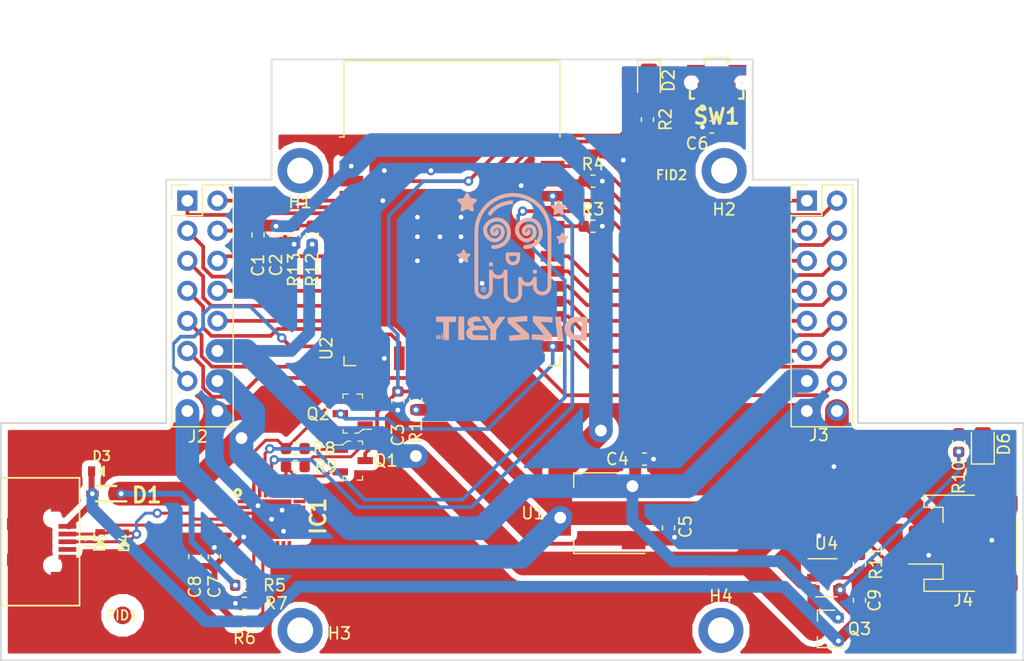
<source format=kicad_pcb>
(kicad_pcb (version 20171130) (host pcbnew "(5.0.2)-1")
  (layers (0 F.Cu signal) (31 B.Cu signal) (34 B.Paste user) (35 F.Paste user) (36 B.SilkS user) (37 F.SilkS user) (38 B.Mask user) (39 F.Mask user) (44 Edge.Cuts user))
  (net 0 "")
  (net 1 GND)
  (net 2 EN)
  (net 3 IO32)
  (net 4 IO33)
  (net 5 IO25)
  (net 6 IO26)
  (net 7 IO27)
  (net 8 HSPI_CLK)
  (net 9 HSPI_MISO)
  (net 10 HSPI_MOSI)
  (net 11 IO15)
  (net 12 IO2)
  (net 13 IO0)
  (net 14 IO4)
  (net 15 IO16)
  (net 16 IO17)
  (net 17 IO5)
  (net 18 VSPI_CLK)
  (net 19 VSPI_MISO)
  (net 20 I2C_SDA)
  (net 21 IO3)
  (net 22 IO1)
  (net 23 I2C_SCL)
  (net 24 VSPI_MOSI)
  (net 25 EXT_5V)
  (net 26 +3.3V)
  (net 27 VBUS)
  (net 28 "Net-(D2-Pad2)")
  (net 29 USB_DP)
  (net 30 USB_DN)
  (net 31 "Net-(IC1-Pad8)")
  (net 32 "Net-(IC1-Pad9)")
  (net 33 RTS)
  (net 34 DTR)
  (net 35 "Net-(Q1-Pad1)")
  (net 36 "Net-(Q2-Pad1)")
  (net 37 "Net-(D6-Pad1)")
  (net 38 "Net-(D6-Pad2)")
  (net 39 I34)
  (net 40 VBAT)
  (net 41 I36)
  (net 42 I39)
  (net 43 "Net-(R11-Pad2)")
  (net 44 I35)
  (module undo:DizzyBIT_silk_20 (layer B.Cu) (at 119.38 112.776 180)
    (fp_text reference U3 hide)
    (fp_text value DizzyBITLogo hide)
  )
  (module LED_SMD:LED_0805_2012Metric (layer F.Cu) (at 159.131 127.762 90)
    (fp_text reference D6 (at 0 1.778 90) (layer F.SilkS))
    (fp_text value LED-YELLOW)
    (pad 1 smd roundrect (at -0.9375 0 90) (size 0.975 1.4) (layers F.Cu F.Paste F.Mask) (net 37 "Net-(D6-Pad1)"))
    (pad 2 smd roundrect (at 0.9375 0 90) (size 0.975 1.4) (layers F.Cu F.Paste F.Mask) (net 38 "Net-(D6-Pad2)"))
  )
  (module Connector_PinHeader_2.54mm:PinHeader_2x08_P2.54mm_Vertical (layer F.Cu) (at 91.948 107.188)
    (fp_text reference J2 (at 0.889 19.939) (layer F.SilkS))
    (fp_text value Conn_02x08_Odd_Even)
    (pad 16 thru_hole oval (at 2.54 17.78) (size 1.7 1.7) (drill 1) (layers *.Cu *.Mask) (net 1 GND))
    (pad 15 thru_hole oval (at 0 17.78) (size 1.7 1.7) (drill 1) (layers *.Cu *.Mask) (net 26 +3.3V))
    (pad 14 thru_hole oval (at 2.54 15.24) (size 1.7 1.7) (drill 1) (layers *.Cu *.Mask) (net 25 EXT_5V))
    (pad 13 thru_hole oval (at 0 15.24) (size 1.7 1.7) (drill 1) (layers *.Cu *.Mask) (net 9 HSPI_MISO))
    (pad 12 thru_hole oval (at 2.54 12.7) (size 1.7 1.7) (drill 1) (layers *.Cu *.Mask) (net 40 VBAT))
    (pad 11 thru_hole oval (at 0 12.7) (size 1.7 1.7) (drill 1) (layers *.Cu *.Mask) (net 11 IO15))
    (pad 10 thru_hole oval (at 2.54 10.16) (size 1.7 1.7) (drill 1) (layers *.Cu *.Mask) (net 7 IO27))
    (pad 9 thru_hole oval (at 0 10.16) (size 1.7 1.7) (drill 1) (layers *.Cu *.Mask) (net 10 HSPI_MOSI))
    (pad 8 thru_hole oval (at 2.54 7.62) (size 1.7 1.7) (drill 1) (layers *.Cu *.Mask) (net 5 IO25))
    (pad 7 thru_hole oval (at 0 7.62) (size 1.7 1.7) (drill 1) (layers *.Cu *.Mask) (net 8 HSPI_CLK))
    (pad 6 thru_hole oval (at 2.54 5.08) (size 1.7 1.7) (drill 1) (layers *.Cu *.Mask) (net 3 IO32))
    (pad 5 thru_hole oval (at 0 5.08) (size 1.7 1.7) (drill 1) (layers *.Cu *.Mask) (net 6 IO26))
    (pad 4 thru_hole oval (at 2.54 2.54) (size 1.7 1.7) (drill 1) (layers *.Cu *.Mask) (net 39 I34))
    (pad 3 thru_hole oval (at 0 2.54) (size 1.7 1.7) (drill 1) (layers *.Cu *.Mask) (net 4 IO33))
    (pad 2 thru_hole oval (at 2.54 0) (size 1.7 1.7) (drill 1) (layers *.Cu *.Mask) (net 41 I36))
    (pad 1 thru_hole rect (at 0 0) (size 1.7 1.7) (drill 1) (layers *.Cu *.Mask) (net 42 I39))
  )
  (module Resistor_SMD:R_0603_1608Metric (layer F.Cu) (at 111.252 124.079 90)
    (fp_text reference R1 (at -2.667 0 90) (layer F.SilkS))
    (fp_text value "R10K(5%)")
    (pad 2 smd roundrect (at 0.7875 0 90) (size 0.875 0.95) (layers F.Cu F.Paste F.Mask) (net 2 EN))
    (pad 1 smd roundrect (at -0.7875 0 90) (size 0.875 0.95) (layers F.Cu F.Paste F.Mask) (net 26 +3.3V))
  )
  (module Resistor_SMD:R_0603_1608Metric (layer F.Cu) (at 130.81 100.33 90)
    (fp_text reference R2 (at 0 1.524 90) (layer F.SilkS))
    (fp_text value "R470ohm(1%)")
    (pad 1 smd roundrect (at -0.7875 0 90) (size 0.875 0.95) (layers F.Cu F.Paste F.Mask) (net 12 IO2))
    (pad 2 smd roundrect (at 0.7875 0 90) (size 0.875 0.95) (layers F.Cu F.Paste F.Mask) (net 28 "Net-(D2-Pad2)"))
  )
  (module Capacitor_SMD:C_0603_1608Metric (layer F.Cu) (at 97.917 110.0835 90)
    (fp_text reference C1 (at -2.5655 0 90) (layer F.SilkS))
    (fp_text value "C0.1uF/50V(10%)")
    (pad 2 smd roundrect (at 0.7875 0 90) (size 0.875 0.95) (layers F.Cu F.Paste F.Mask) (net 26 +3.3V))
    (pad 1 smd roundrect (at -0.7875 0 90) (size 0.875 0.95) (layers F.Cu F.Paste F.Mask) (net 1 GND))
  )
  (module Capacitor_SMD:C_0603_1608Metric (layer F.Cu) (at 99.441 110.0835 270)
    (fp_text reference C2 (at 2.54 0 270) (layer F.SilkS))
    (fp_text value "C22uF/10V(20%)")
    (pad 1 smd roundrect (at -0.7875 0 270) (size 0.875 0.95) (layers F.Cu F.Paste F.Mask) (net 26 +3.3V))
    (pad 2 smd roundrect (at 0.7875 0 270) (size 0.875 0.95) (layers F.Cu F.Paste F.Mask) (net 1 GND))
  )
  (module Capacitor_SMD:C_0603_1608Metric (layer F.Cu) (at 109.728 124.1045 90)
    (fp_text reference C3 (at -2.8955 0 90) (layer F.SilkS))
    (fp_text value "C0.1uF/50V(10%)")
    (pad 2 smd roundrect (at 0.7875 0 90) (size 0.875 0.95) (layers F.Cu F.Paste F.Mask) (net 2 EN))
    (pad 1 smd roundrect (at -0.7875 0 90) (size 0.875 0.95) (layers F.Cu F.Paste F.Mask) (net 1 GND))
  )
  (module Capacitor_SMD:C_0603_1608Metric (layer F.Cu) (at 130.556 129.032)
    (fp_text reference C4 (at -2.286 0) (layer F.SilkS))
    (fp_text value "C22uF/10V(20%)")
    (pad 2 smd roundrect (at 0.7875 0) (size 0.875 0.95) (layers F.Cu F.Paste F.Mask) (net 1 GND))
    (pad 1 smd roundrect (at -0.7875 0) (size 0.875 0.95) (layers F.Cu F.Paste F.Mask) (net 25 EXT_5V))
  )
  (module Capacitor_SMD:C_0603_1608Metric (layer F.Cu) (at 132.588 134.8485 270)
    (fp_text reference C5 (at -0.1015 -1.43 270) (layer F.SilkS))
    (fp_text value "C22uF/10V(20%)")
    (pad 1 smd roundrect (at -0.7875 0 270) (size 0.875 0.95) (layers F.Cu F.Paste F.Mask) (net 26 +3.3V))
    (pad 2 smd roundrect (at 0.7875 0 270) (size 0.875 0.95) (layers F.Cu F.Paste F.Mask) (net 1 GND))
  )
  (module Capacitor_SMD:C_0603_1608Metric (layer F.Cu) (at 136.2455 100.965)
    (fp_text reference C6 (at -1.2445 1.397) (layer F.SilkS))
    (fp_text value "C0.1uF/50V(10%)")
    (pad 1 smd roundrect (at -0.7875 0) (size 0.875 0.95) (layers F.Cu F.Paste F.Mask) (net 1 GND))
    (pad 2 smd roundrect (at 0.7875 0) (size 0.875 0.95) (layers F.Cu F.Paste F.Mask) (net 2 EN))
  )
  (module Capacitor_SMD:C_0603_1608Metric (layer F.Cu) (at 94.234 137.287 90)
    (fp_text reference C7 (at -2.54 0 90) (layer F.SilkS))
    (fp_text value "C4.7uF/6.3V(20%)")
    (pad 1 smd roundrect (at -0.7875 0 90) (size 0.875 0.95) (layers F.Cu F.Paste F.Mask) (net 26 +3.3V))
    (pad 2 smd roundrect (at 0.7875 0 90) (size 0.875 0.95) (layers F.Cu F.Paste F.Mask) (net 1 GND))
  )
  (module Capacitor_SMD:C_0603_1608Metric (layer F.Cu) (at 92.583 137.287 90)
    (fp_text reference C8 (at -2.54 0 90) (layer F.SilkS))
    (fp_text value "C0.1uF/50V(10%)")
    (pad 2 smd roundrect (at 0.7875 0 90) (size 0.875 0.95) (layers F.Cu F.Paste F.Mask) (net 1 GND))
    (pad 1 smd roundrect (at -0.7875 0 90) (size 0.875 0.95) (layers F.Cu F.Paste F.Mask) (net 26 +3.3V))
  )
  (module SOD2513X120N (layer F.Cu) (at 85.09 131.953 180)
    (fp_text reference D1 (at -3.429 -0.127 180) (layer F.SilkS) (effects (font (size 1.27 1.27) (thickness 0.254))))
    (fp_text value BAT760,115 hide)
    (pad 1 smd rect (at -1.162 0 270) (size 0.5 1.075) (layers F.Cu F.Paste F.Mask) (net 25 EXT_5V))
    (pad 2 smd rect (at 1.162 0 270) (size 0.5 1.075) (layers F.Cu F.Paste F.Mask) (net 27 VBUS))
  )
  (module LED_SMD:LED_0805_2012Metric (layer F.Cu) (at 130.937 97.028 270)
    (fp_text reference D2 (at 0 -1.651 270) (layer F.SilkS))
    (fp_text value LED-BLUE)
    (pad 1 smd roundrect (at -0.9375 0 270) (size 0.975 1.4) (layers F.Cu F.Paste F.Mask) (net 1 GND))
    (pad 2 smd roundrect (at 0.9375 0 270) (size 0.975 1.4) (layers F.Cu F.Paste F.Mask) (net 28 "Net-(D2-Pad2)"))
  )
  (module smd-semi:SOD-523 (layer F.Cu) (at 84.709 130.048)
    (fp_text reference D3 (at 0 -1.27) (layer F.SilkS) (effects (font (size 0.8 0.8))))
    (fp_text value T5V0S5-7)
    (pad 1 smd rect (at -0.85 0) (size 0.6 0.8) (layers F.Cu F.Paste F.Mask) (net 27 VBUS))
    (pad 2 smd rect (at 0.85 0) (size 0.6 0.8) (layers F.Cu F.Paste F.Mask) (net 1 GND))
  )
  (module smd-semi:SOD-523 (layer F.Cu) (at 86.614 136.144 270)
    (fp_text reference D4 (at 0 0 270) (layer F.SilkS) (effects (font (size 0.8 0.8))))
    (fp_text value T5V0S5-7)
    (pad 1 smd rect (at -0.85 0 270) (size 0.6 0.8) (layers F.Cu F.Paste F.Mask) (net 29 USB_DP))
    (pad 2 smd rect (at 0.85 0 270) (size 0.6 0.8) (layers F.Cu F.Paste F.Mask) (net 1 GND))
  )
  (module smd-semi:SOD-523 (layer F.Cu) (at 84.582 136.105 270)
    (fp_text reference D5 (at 0 0 270) (layer F.SilkS) (effects (font (size 0.8 0.8))))
    (fp_text value T5V0S5-7)
    (pad 2 smd rect (at 0.85 0 270) (size 0.6 0.8) (layers F.Cu F.Paste F.Mask) (net 1 GND))
    (pad 1 smd rect (at -0.85 0 270) (size 0.6 0.8) (layers F.Cu F.Paste F.Mask) (net 30 USB_DN))
  )
  (module fab:FIDUCIAL-1.5mm (layer F.Cu) (at 86.487 142.24)
    (fp_text reference FID1 (at 0 0) (layer F.SilkS) (effects (font (size 0.8 0.8))))
    (fp_text value FIDUCIAL-1.5mm)
    (pad 1 smd circle (at 0 0) (size 1.5 1.5) (layers F.Cu F.Mask) (clearance 1.05))
  )
  (module fab:FIDUCIAL-1.5mm (layer F.Cu) (at 132.842 105.029)
    (fp_text reference FID2 (at 0 0) (layer F.SilkS) (effects (font (size 0.8 0.8))))
    (fp_text value FIDUCIAL-1.5mm)
    (pad 1 smd circle (at 0 0) (size 1.5 1.5) (layers F.Cu F.Mask) (clearance 1.05))
  )
  (module MountingHole:MountingHole_2.2mm_M2_DIN965_Pad (layer F.Cu) (at 101.473 104.648)
    (fp_text reference H1 (at 0 2.667) (layer F.SilkS))
    (fp_text value MountingHole)
    (pad 1 thru_hole circle (at 0 0) (size 3.8 3.8) (drill 2.2) (layers *.Cu *.Mask))
  )
  (module MountingHole:MountingHole_2.2mm_M2_DIN965_Pad (layer F.Cu) (at 137.287 104.648)
    (fp_text reference H2 (at 0 3.280999) (layer F.SilkS))
    (fp_text value MountingHole)
    (pad 1 thru_hole circle (at 0 0) (size 3.8 3.8) (drill 2.2) (layers *.Cu *.Mask))
  )
  (module MountingHole:MountingHole_2.2mm_M2_DIN965_Pad (layer F.Cu) (at 101.473 143.51)
    (fp_text reference H3 (at 3.323001 0.254) (layer F.SilkS))
    (fp_text value MountingHole)
    (pad 1 thru_hole circle (at 0 0) (size 3.8 3.8) (drill 2.2) (layers *.Cu *.Mask))
  )
  (module MountingHole:MountingHole_2.2mm_M2_DIN965_Pad (layer F.Cu) (at 137.011999 143.51)
    (fp_text reference H4 (at 0 -2.9) (layer F.SilkS))
    (fp_text value MountingHole)
    (pad 1 thru_hole circle (at 0 0) (size 3.8 3.8) (drill 2.2) (layers *.Cu *.Mask))
  )
  (module SamacSys_Parts:QFN50P500X500X80-29N-D (layer F.Cu) (at 99.06 134.112)
    (fp_text reference IC1 (at 3.937 -0.254 90) (layer F.SilkS) (effects (font (size 1.27 1.27) (thickness 0.254))))
    (fp_text value CP2102N-A01-GQFN28R hide)
    (pad 1 smd rect (at -2.35 -1.5 90) (size 0.3 1) (layers F.Cu F.Paste F.Mask))
    (pad 2 smd rect (at -2.35 -1 90) (size 0.3 1) (layers F.Cu F.Paste F.Mask))
    (pad 3 smd rect (at -2.35 -0.5 90) (size 0.3 1) (layers F.Cu F.Paste F.Mask) (net 1 GND))
    (pad 4 smd rect (at -2.35 0 90) (size 0.3 1) (layers F.Cu F.Paste F.Mask) (net 29 USB_DP))
    (pad 5 smd rect (at -2.35 0.5 90) (size 0.3 1) (layers F.Cu F.Paste F.Mask) (net 30 USB_DN))
    (pad 6 smd rect (at -2.35 1 90) (size 0.3 1) (layers F.Cu F.Paste F.Mask) (net 26 +3.3V))
    (pad 7 smd rect (at -2.35 1.5 90) (size 0.3 1) (layers F.Cu F.Paste F.Mask) (net 26 +3.3V))
    (pad 8 smd rect (at -1.5 2.35) (size 0.3 1) (layers F.Cu F.Paste F.Mask) (net 31 "Net-(IC1-Pad8)"))
    (pad 9 smd rect (at -1 2.35) (size 0.3 1) (layers F.Cu F.Paste F.Mask) (net 32 "Net-(IC1-Pad9)"))
    (pad 10 smd rect (at -0.5 2.35) (size 0.3 1) (layers F.Cu F.Paste F.Mask))
    (pad 11 smd rect (at 0 2.35) (size 0.3 1) (layers F.Cu F.Paste F.Mask))
    (pad 12 smd rect (at 0.5 2.35) (size 0.3 1) (layers F.Cu F.Paste F.Mask))
    (pad 13 smd rect (at 1 2.35) (size 0.3 1) (layers F.Cu F.Paste F.Mask))
    (pad 14 smd rect (at 1.5 2.35) (size 0.3 1) (layers F.Cu F.Paste F.Mask))
    (pad 15 smd rect (at 2.35 1.5 90) (size 0.3 1) (layers F.Cu F.Paste F.Mask))
    (pad 16 smd rect (at 2.35 1 90) (size 0.3 1) (layers F.Cu F.Paste F.Mask))
    (pad 17 smd rect (at 2.35 0.5 90) (size 0.3 1) (layers F.Cu F.Paste F.Mask))
    (pad 18 smd rect (at 2.35 0 90) (size 0.3 1) (layers F.Cu F.Paste F.Mask))
    (pad 19 smd rect (at 2.35 -0.5 90) (size 0.3 1) (layers F.Cu F.Paste F.Mask))
    (pad 20 smd rect (at 2.35 -1 90) (size 0.3 1) (layers F.Cu F.Paste F.Mask))
    (pad 21 smd rect (at 2.35 -1.5 90) (size 0.3 1) (layers F.Cu F.Paste F.Mask))
    (pad 22 smd rect (at 1.5 -2.35) (size 0.3 1) (layers F.Cu F.Paste F.Mask))
    (pad 23 smd rect (at 1 -2.35) (size 0.3 1) (layers F.Cu F.Paste F.Mask))
    (pad 24 smd rect (at 0.5 -2.35) (size 0.3 1) (layers F.Cu F.Paste F.Mask) (net 33 RTS))
    (pad 25 smd rect (at 0 -2.35) (size 0.3 1) (layers F.Cu F.Paste F.Mask) (net 22 IO1))
    (pad 26 smd rect (at -0.5 -2.35) (size 0.3 1) (layers F.Cu F.Paste F.Mask) (net 21 IO3))
    (pad 27 smd rect (at -1 -2.35) (size 0.3 1) (layers F.Cu F.Paste F.Mask))
    (pad 28 smd rect (at -1.5 -2.35) (size 0.3 1) (layers F.Cu F.Paste F.Mask) (net 34 DTR))
    (pad 29 smd rect (at 0 0) (size 3.35 3.35) (layers F.Cu F.Paste F.Mask) (net 1 GND))
  )
  (module Connfly:DS1105-12 (layer F.Cu) (at 84.116 136.017 270)
    (fp_text reference J1 (at 0 0.5 270) (layer F.SilkS))
    (fp_text value USB_B_Micro)
    (pad 1 smd rect (at -1.3 2.3 270) (size 0.4 1.5) (layers F.Cu F.Paste F.Mask) (net 27 VBUS))
    (pad 2 smd rect (at -0.65 2.3 270) (size 0.4 1.5) (layers F.Cu F.Paste F.Mask) (net 30 USB_DN))
    (pad 3 smd rect (at 0 2.3 270) (size 0.4 1.5) (layers F.Cu F.Paste F.Mask) (net 29 USB_DP))
    (pad 4 smd rect (at 0.65 2.3 270) (size 0.4 1.5) (layers F.Cu F.Paste F.Mask))
    (pad 5 smd rect (at 1.3 2.3 270) (size 0.4 1.5) (layers F.Cu F.Paste F.Mask) (net 1 GND))
    (pad 6 smd rect (at -3.25 3 270) (size 1.4 1.4) (layers F.Cu F.Paste F.Mask) (net 1 GND))
    (pad 6 smd rect (at 3.25 3 270) (size 1.4 1.4) (layers F.Cu F.Paste F.Mask) (net 1 GND))
    (pad 6 smd rect (at -4.05 5.7 270) (size 1.4 1.4) (layers F.Cu F.Paste F.Mask) (net 1 GND))
    (pad 6 smd rect (at 4.05 5.7 270) (size 1.4 1.4) (layers F.Cu F.Paste F.Mask) (net 1 GND))
    (pad 6 smd rect (at -1.5 6.9 270) (size 1 1) (layers F.Cu F.Paste F.Mask) (net 1 GND))
    (pad 6 smd rect (at 1.525 6.9 270) (size 1 1) (layers F.Cu F.Paste F.Mask) (net 1 GND))
    (pad "" np_thru_hole circle (at -2 3.55 270) (size 0.6 0.6) (drill 0.6) (layers *.Cu *.Mask))
    (pad "" np_thru_hole circle (at 2 3.55 90) (size 0.6 0.6) (drill 0.6) (layers *.Cu *.Mask))
  )
  (module Connector_PinHeader_2.54mm:PinHeader_2x08_P2.54mm_Vertical (layer F.Cu) (at 144.272 107.188)
    (fp_text reference J3 (at 1.016 19.812) (layer F.SilkS))
    (fp_text value Conn_02x08_Odd_Even)
    (pad 1 thru_hole rect (at 0 0) (size 1.7 1.7) (drill 1) (layers *.Cu *.Mask) (net 24 VSPI_MOSI))
    (pad 2 thru_hole oval (at 2.54 0) (size 1.7 1.7) (drill 1) (layers *.Cu *.Mask) (net 23 I2C_SCL))
    (pad 3 thru_hole oval (at 0 2.54) (size 1.7 1.7) (drill 1) (layers *.Cu *.Mask) (net 22 IO1))
    (pad 4 thru_hole oval (at 2.54 2.54) (size 1.7 1.7) (drill 1) (layers *.Cu *.Mask) (net 21 IO3))
    (pad 5 thru_hole oval (at 0 5.08) (size 1.7 1.7) (drill 1) (layers *.Cu *.Mask) (net 20 I2C_SDA))
    (pad 6 thru_hole oval (at 2.54 5.08) (size 1.7 1.7) (drill 1) (layers *.Cu *.Mask) (net 19 VSPI_MISO))
    (pad 7 thru_hole oval (at 0 7.62) (size 1.7 1.7) (drill 1) (layers *.Cu *.Mask) (net 18 VSPI_CLK))
    (pad 8 thru_hole oval (at 2.54 7.62) (size 1.7 1.7) (drill 1) (layers *.Cu *.Mask) (net 17 IO5))
    (pad 9 thru_hole oval (at 0 10.16) (size 1.7 1.7) (drill 1) (layers *.Cu *.Mask) (net 16 IO17))
    (pad 10 thru_hole oval (at 2.54 10.16) (size 1.7 1.7) (drill 1) (layers *.Cu *.Mask) (net 15 IO16))
    (pad 11 thru_hole oval (at 0 12.7) (size 1.7 1.7) (drill 1) (layers *.Cu *.Mask) (net 14 IO4))
    (pad 12 thru_hole oval (at 2.54 12.7) (size 1.7 1.7) (drill 1) (layers *.Cu *.Mask) (net 13 IO0))
    (pad 13 thru_hole oval (at 0 15.24) (size 1.7 1.7) (drill 1) (layers *.Cu *.Mask) (net 25 EXT_5V))
    (pad 14 thru_hole oval (at 2.54 15.24) (size 1.7 1.7) (drill 1) (layers *.Cu *.Mask) (net 12 IO2))
    (pad 15 thru_hole oval (at 0 17.78) (size 1.7 1.7) (drill 1) (layers *.Cu *.Mask) (net 1 GND))
    (pad 16 thru_hole oval (at 2.54 17.78) (size 1.7 1.7) (drill 1) (layers *.Cu *.Mask) (net 26 +3.3V))
  )
  (module digikey-footprints:SOT-23-3 (layer F.Cu) (at 105.918 129.159)
    (fp_text reference Q1 (at 2.794 0) (layer F.SilkS))
    (fp_text value SS8050-G)
    (pad 1 smd rect (at -1.05 -0.95) (size 1.3 0.6) (layers F.Cu F.Paste F.Mask) (net 35 "Net-(Q1-Pad1)"))
    (pad 2 smd rect (at -1.05 0.95) (size 1.3 0.6) (layers F.Cu F.Paste F.Mask) (net 33 RTS))
    (pad 3 smd rect (at 1.05 0) (size 1.3 0.6) (layers F.Cu F.Paste F.Mask) (net 2 EN))
  )
  (module digikey-footprints:SOT-23-3 (layer F.Cu) (at 105.918 125.188 180)
    (fp_text reference Q2 (at 2.921 -0.034 180) (layer F.SilkS))
    (fp_text value SS8050-G)
    (pad 3 smd rect (at 1.05 0 180) (size 1.3 0.6) (layers F.Cu F.Paste F.Mask) (net 13 IO0))
    (pad 2 smd rect (at -1.05 0.95 180) (size 1.3 0.6) (layers F.Cu F.Paste F.Mask) (net 34 DTR))
    (pad 1 smd rect (at -1.05 -0.95 180) (size 1.3 0.6) (layers F.Cu F.Paste F.Mask) (net 36 "Net-(Q2-Pad1)"))
  )
  (module Resistor_SMD:R_0603_1608Metric (layer F.Cu) (at 126.2125 109.347)
    (fp_text reference R3 (at 0 -1.43) (layer F.SilkS))
    (fp_text value R4.7K)
    (pad 2 smd roundrect (at 0.7875 0) (size 0.875 0.95) (layers F.Cu F.Paste F.Mask) (net 26 +3.3V))
    (pad 1 smd roundrect (at -0.7875 0) (size 0.875 0.95) (layers F.Cu F.Paste F.Mask) (net 20 I2C_SDA))
  )
  (module Resistor_SMD:R_0603_1608Metric (layer F.Cu) (at 126.2125 105.537)
    (fp_text reference R4 (at 0 -1.43) (layer F.SilkS))
    (fp_text value R4.7K)
    (pad 1 smd roundrect (at -0.7875 0) (size 0.875 0.95) (layers F.Cu F.Paste F.Mask) (net 23 I2C_SCL))
    (pad 2 smd roundrect (at 0.7875 0) (size 0.875 0.95) (layers F.Cu F.Paste F.Mask) (net 26 +3.3V))
  )
  (module Capacitor_SMD:C_0603_1608Metric (layer F.Cu) (at 96.774 139.7 180)
    (fp_text reference R5 (at -2.54 0 180) (layer F.SilkS))
    (fp_text value "R22.1K(1%)")
    (pad 2 smd roundrect (at 0.7875 0 180) (size 0.875 0.95) (layers F.Cu F.Paste F.Mask) (net 25 EXT_5V))
    (pad 1 smd roundrect (at -0.7875 0 180) (size 0.875 0.95) (layers F.Cu F.Paste F.Mask) (net 31 "Net-(IC1-Pad8)"))
  )
  (module Resistor_SMD:R_0603_1608Metric (layer F.Cu) (at 96.774 142.748 180)
    (fp_text reference R6 (at 0 -1.397 180) (layer F.SilkS))
    (fp_text value "R2Kohm(5%)")
    (pad 1 smd roundrect (at -0.7875 0 180) (size 0.875 0.95) (layers F.Cu F.Paste F.Mask) (net 32 "Net-(IC1-Pad9)"))
    (pad 2 smd roundrect (at 0.7875 0 180) (size 0.875 0.95) (layers F.Cu F.Paste F.Mask) (net 26 +3.3V))
  )
  (module Capacitor_SMD:C_0603_1608Metric (layer F.Cu) (at 96.774 141.224)
    (fp_text reference R7 (at 2.667 0) (layer F.SilkS))
    (fp_text value "R47.5K(1%)")
    (pad 1 smd roundrect (at -0.7875 0) (size 0.875 0.95) (layers F.Cu F.Paste F.Mask) (net 1 GND))
    (pad 2 smd roundrect (at 0.7875 0) (size 0.875 0.95) (layers F.Cu F.Paste F.Mask) (net 31 "Net-(IC1-Pad8)"))
  )
  (module Resistor_SMD:R_0603_1608Metric (layer F.Cu) (at 101.0665 128.143)
    (fp_text reference R8 (at 2.4384 0) (layer F.SilkS))
    (fp_text value "R10K(5%)")
    (pad 2 smd roundrect (at 0.7875 0) (size 0.875 0.95) (layers F.Cu F.Paste F.Mask) (net 35 "Net-(Q1-Pad1)"))
    (pad 1 smd roundrect (at -0.7875 0) (size 0.875 0.95) (layers F.Cu F.Paste F.Mask) (net 34 DTR))
  )
  (module Resistor_SMD:R_0603_1608Metric (layer F.Cu) (at 101.0665 129.667)
    (fp_text reference R9 (at 2.5908 0) (layer F.SilkS))
    (fp_text value "R10K(5%)")
    (pad 1 smd roundrect (at -0.7875 0) (size 0.875 0.95) (layers F.Cu F.Paste F.Mask) (net 33 RTS))
    (pad 2 smd roundrect (at 0.7875 0) (size 0.875 0.95) (layers F.Cu F.Paste F.Mask) (net 36 "Net-(Q2-Pad1)"))
  )
  (module Button_Switch_SMD:TL3340 (layer F.Cu) (at 136.652 96.012 180)
    (fp_text reference SW1 (at 0 -4.064 180) (layer F.SilkS) (effects (font (size 1.27 1.27) (thickness 0.254))))
    (fp_text value SW_Push hide)
    (pad 1 smd rect (at 1.225 -2.1 180) (size 0.75 1.8) (layers F.Cu F.Paste F.Mask) (net 1 GND))
    (pad 2 smd rect (at 0 -2.1 180) (size 0.6 1.8) (layers F.Cu F.Paste F.Mask) (net 2 EN))
    (pad 3 smd rect (at -1.225 -2.1 180) (size 0.75 1.8) (layers F.Cu F.Paste F.Mask))
    (pad 4 smd rect (at -1.75 -0.15 270) (size 0.9 1.5) (layers F.Cu F.Paste F.Mask))
    (pad 5 smd rect (at 1.75 -0.15 270) (size 0.9 1.5) (layers F.Cu F.Paste F.Mask))
    (pad 6 thru_hole circle (at 2.125 -1.2 270) (size 0.25 0.25) (drill 0.9) (layers *.Cu *.Mask F.SilkS))
    (pad 7 thru_hole circle (at -2.125 -1.2 270) (size 0.25 0.25) (drill 0.9) (layers *.Cu *.Mask F.SilkS))
  )
  (module Package_TO_SOT_SMD:SOT-223-3_TabPin2 (layer F.Cu) (at 126.492 133.604 180)
    (fp_text reference U1 (at 5.348 0 180) (layer F.SilkS))
    (fp_text value AMS1117-3.3)
    (pad 2 smd rect (at 3.15 0 180) (size 2 3.8) (layers F.Cu F.Paste F.Mask) (net 26 +3.3V))
    (pad 2 smd rect (at -3.15 0 180) (size 2 1.5) (layers F.Cu F.Paste F.Mask) (net 26 +3.3V))
    (pad 3 smd rect (at -3.15 2.3 180) (size 2 1.5) (layers F.Cu F.Paste F.Mask) (net 25 EXT_5V))
    (pad 1 smd rect (at -3.15 -2.3 180) (size 2 1.5) (layers F.Cu F.Paste F.Mask) (net 1 GND))
  )
  (module RF_Module:ESP32-WROOM-32 (layer F.Cu) (at 114.3 111.252)
    (fp_text reference U2 (at -10.61 8.43 90) (layer F.SilkS))
    (fp_text value ESP32-WROOM-32D)
    (pad 39 smd rect (at -1 -0.755) (size 5 5) (layers F.Cu F.Paste F.Mask) (net 1 GND))
    (pad 1 smd rect (at -8.5 -8.255) (size 2 0.9) (layers F.Cu F.Paste F.Mask) (net 1 GND))
    (pad 2 smd rect (at -8.5 -6.985) (size 2 0.9) (layers F.Cu F.Paste F.Mask) (net 26 +3.3V))
    (pad 3 smd rect (at -8.5 -5.715) (size 2 0.9) (layers F.Cu F.Paste F.Mask) (net 2 EN))
    (pad 4 smd rect (at -8.5 -4.445) (size 2 0.9) (layers F.Cu F.Paste F.Mask) (net 41 I36))
    (pad 5 smd rect (at -8.5 -3.175) (size 2 0.9) (layers F.Cu F.Paste F.Mask) (net 42 I39))
    (pad 6 smd rect (at -8.5 -1.905) (size 2 0.9) (layers F.Cu F.Paste F.Mask) (net 39 I34))
    (pad 7 smd rect (at -8.5 -0.635) (size 2 0.9) (layers F.Cu F.Paste F.Mask) (net 44 I35))
    (pad 8 smd rect (at -8.5 0.635) (size 2 0.9) (layers F.Cu F.Paste F.Mask) (net 3 IO32))
    (pad 9 smd rect (at -8.5 1.905) (size 2 0.9) (layers F.Cu F.Paste F.Mask) (net 4 IO33))
    (pad 10 smd rect (at -8.5 3.175) (size 2 0.9) (layers F.Cu F.Paste F.Mask) (net 5 IO25))
    (pad 11 smd rect (at -8.5 4.445) (size 2 0.9) (layers F.Cu F.Paste F.Mask) (net 6 IO26))
    (pad 12 smd rect (at -8.5 5.715) (size 2 0.9) (layers F.Cu F.Paste F.Mask) (net 7 IO27))
    (pad 13 smd rect (at -8.5 6.985) (size 2 0.9) (layers F.Cu F.Paste F.Mask) (net 8 HSPI_CLK))
    (pad 14 smd rect (at -8.5 8.255) (size 2 0.9) (layers F.Cu F.Paste F.Mask) (net 9 HSPI_MISO))
    (pad 15 smd rect (at -5.715 9.255 90) (size 2 0.9) (layers F.Cu F.Paste F.Mask) (net 1 GND))
    (pad 16 smd rect (at -4.445 9.255 90) (size 2 0.9) (layers F.Cu F.Paste F.Mask) (net 10 HSPI_MOSI))
    (pad 17 smd rect (at -3.175 9.255 90) (size 2 0.9) (layers F.Cu F.Paste F.Mask))
    (pad 18 smd rect (at -1.905 9.255 90) (size 2 0.9) (layers F.Cu F.Paste F.Mask))
    (pad 19 smd rect (at -0.635 9.255 90) (size 2 0.9) (layers F.Cu F.Paste F.Mask))
    (pad 20 smd rect (at 0.635 9.255 90) (size 2 0.9) (layers F.Cu F.Paste F.Mask))
    (pad 21 smd rect (at 1.905 9.255 90) (size 2 0.9) (layers F.Cu F.Paste F.Mask))
    (pad 22 smd rect (at 3.175 9.255 90) (size 2 0.9) (layers F.Cu F.Paste F.Mask))
    (pad 23 smd rect (at 4.445 9.255 90) (size 2 0.9) (layers F.Cu F.Paste F.Mask) (net 11 IO15))
    (pad 24 smd rect (at 5.715 9.255 90) (size 2 0.9) (layers F.Cu F.Paste F.Mask) (net 12 IO2))
    (pad 25 smd rect (at 8.5 8.255) (size 2 0.9) (layers F.Cu F.Paste F.Mask) (net 13 IO0))
    (pad 26 smd rect (at 8.5 6.985) (size 2 0.9) (layers F.Cu F.Paste F.Mask) (net 14 IO4))
    (pad 27 smd rect (at 8.5 5.715) (size 2 0.9) (layers F.Cu F.Paste F.Mask) (net 15 IO16))
    (pad 28 smd rect (at 8.5 4.445) (size 2 0.9) (layers F.Cu F.Paste F.Mask) (net 16 IO17))
    (pad 29 smd rect (at 8.5 3.175) (size 2 0.9) (layers F.Cu F.Paste F.Mask) (net 17 IO5))
    (pad 30 smd rect (at 8.5 1.905) (size 2 0.9) (layers F.Cu F.Paste F.Mask) (net 18 VSPI_CLK))
    (pad 31 smd rect (at 8.5 0.635) (size 2 0.9) (layers F.Cu F.Paste F.Mask) (net 19 VSPI_MISO))
    (pad 32 smd rect (at 8.5 -0.635) (size 2 0.9) (layers F.Cu F.Paste F.Mask))
    (pad 33 smd rect (at 8.5 -1.905) (size 2 0.9) (layers F.Cu F.Paste F.Mask) (net 20 I2C_SDA))
    (pad 34 smd rect (at 8.5 -3.175) (size 2 0.9) (layers F.Cu F.Paste F.Mask) (net 21 IO3))
    (pad 35 smd rect (at 8.5 -4.445) (size 2 0.9) (layers F.Cu F.Paste F.Mask) (net 22 IO1))
    (pad 36 smd rect (at 8.5 -5.715) (size 2 0.9) (layers F.Cu F.Paste F.Mask) (net 23 I2C_SCL))
    (pad 37 smd rect (at 8.5 -6.985) (size 2 0.9) (layers F.Cu F.Paste F.Mask) (net 24 VSPI_MOSI))
    (pad 38 smd rect (at 8.5 -8.255) (size 2 0.9) (layers F.Cu F.Paste F.Mask) (net 1 GND))
  )
  (module Capacitor_SMD:C_0603_1608Metric (layer F.Cu) (at 148.717 140.97 90)
    (fp_text reference C9 (at 0 1.27 90) (layer F.SilkS))
    (fp_text value "C4.7uF/6.3V(20%)")
    (pad 1 smd roundrect (at -0.7875 0 90) (size 0.875 0.95) (layers F.Cu F.Paste F.Mask) (net 27 VBUS))
    (pad 2 smd roundrect (at 0.7875 0 90) (size 0.875 0.95) (layers F.Cu F.Paste F.Mask) (net 1 GND))
  )
  (module Connector_JST:JST_PH_S2B-PH-SM4-TB_1x02-1MP_P2.00mm_Horizontal (layer F.Cu) (at 157.48 136.144 90)
    (fp_text reference J4 (at -4.826 0 180) (layer F.SilkS))
    (fp_text value Conn_01x02)
    (pad 1 smd roundrect (at -1 -2.85 90) (size 1 3.5) (layers F.Cu F.Paste F.Mask) (net 1 GND))
    (pad 2 smd roundrect (at 1 -2.85 90) (size 1 3.5) (layers F.Cu F.Paste F.Mask) (net 40 VBAT))
    (pad MP smd roundrect (at -3.35 2.9 90) (size 1.5 3.4) (layers F.Cu F.Paste F.Mask) (roundrect_rratio 0.166667))
    (pad MP smd roundrect (at 3.35 2.9 90) (size 1.5 3.4) (layers F.Cu F.Paste F.Mask) (roundrect_rratio 0.166667))
  )
  (module Capacitor_SMD:C_0603_1608Metric (layer F.Cu) (at 157.099 127.635 270)
    (fp_text reference R10 (at 2.921 0 270) (layer F.SilkS))
    (fp_text value R1K)
    (pad 2 smd roundrect (at 0.7875 0 270) (size 0.875 0.95) (layers F.Cu F.Paste F.Mask) (net 27 VBUS))
    (pad 1 smd roundrect (at -0.7875 0 270) (size 0.875 0.95) (layers F.Cu F.Paste F.Mask) (net 38 "Net-(D6-Pad2)"))
  )
  (module Resistor_SMD:R_0603_1608Metric (layer F.Cu) (at 148.717 137.922 90)
    (fp_text reference R11 (at 0.127 1.397 90) (layer F.SilkS))
    (fp_text value R4.7K)
    (pad 1 smd roundrect (at -0.7875 0 90) (size 0.875 0.95) (layers F.Cu F.Paste F.Mask) (net 1 GND))
    (pad 2 smd roundrect (at 0.7875 0 90) (size 0.875 0.95) (layers F.Cu F.Paste F.Mask) (net 43 "Net-(R11-Pad2)"))
  )
  (module Package_TO_SOT_SMD:SOT-23-5 (layer F.Cu) (at 145.923 139.065)
    (fp_text reference U4 (at 0 -2.9) (layer F.SilkS))
    (fp_text value MCP73831-2-OT)
    (pad 1 smd rect (at -1.1 -0.95) (size 1.06 0.65) (layers F.Cu F.Paste F.Mask) (net 37 "Net-(D6-Pad1)"))
    (pad 2 smd rect (at -1.1 0) (size 1.06 0.65) (layers F.Cu F.Paste F.Mask) (net 1 GND))
    (pad 3 smd rect (at -1.1 0.95) (size 1.06 0.65) (layers F.Cu F.Paste F.Mask) (net 40 VBAT))
    (pad 4 smd rect (at 1.1 0.95) (size 1.06 0.65) (layers F.Cu F.Paste F.Mask) (net 27 VBUS))
    (pad 5 smd rect (at 1.1 -0.95) (size 1.06 0.65) (layers F.Cu F.Paste F.Mask) (net 43 "Net-(R11-Pad2)"))
  )
  (module Resistor_SMD:R_0603_1608Metric (layer F.Cu) (at 102.489 110.0835 90)
    (fp_text reference R12 (at -2.9465 0 90) (layer F.SilkS))
    (fp_text value R100K)
    (pad 2 smd roundrect (at 0.7875 0 90) (size 0.875 0.95) (layers F.Cu F.Paste F.Mask) (net 44 I35))
    (pad 1 smd roundrect (at -0.7875 0 90) (size 0.875 0.95) (layers F.Cu F.Paste F.Mask) (net 40 VBAT))
  )
  (module Resistor_SMD:R_0603_1608Metric (layer F.Cu) (at 100.965 110.0835 270)
    (fp_text reference R13 (at 2.9465 0 270) (layer F.SilkS))
    (fp_text value R100K)
    (pad 1 smd roundrect (at -0.7875 0 270) (size 0.875 0.95) (layers F.Cu F.Paste F.Mask) (net 44 I35))
    (pad 2 smd roundrect (at 0.7875 0 270) (size 0.875 0.95) (layers F.Cu F.Paste F.Mask) (net 1 GND))
  )
  (module Package_TO_SOT_SMD:SOT-23 (layer F.Cu) (at 145.923 143.383 180)
    (fp_text reference Q3 (at -2.794 0 180) (layer F.SilkS))
    (fp_text value DMG2307L-7)
    (pad 1 smd rect (at -1 -0.95 180) (size 0.9 0.8) (layers F.Cu F.Paste F.Mask) (net 27 VBUS))
    (pad 2 smd rect (at -1 0.95 180) (size 0.9 0.8) (layers F.Cu F.Paste F.Mask) (net 25 EXT_5V))
    (pad 3 smd rect (at 1 0 180) (size 0.9 0.8) (layers F.Cu F.Paste F.Mask) (net 40 VBAT))
  )
  (gr_line (start 139.7 105.41) (end 139.7 95.25) (layer Edge.Cuts) (width 0.15))
  (gr_line (start 99.06 105.41) (end 99.06 95.25) (layer Edge.Cuts) (width 0.15))
  (gr_line (start 139.7 105.41) (end 148.59 105.41) (layer Edge.Cuts) (width 0.15))
  (gr_line (start 90.17 105.41) (end 99.06 105.41) (layer Edge.Cuts) (width 0.15))
  (gr_line (start 99.06 95.25) (end 139.7 95.25) (layer Edge.Cuts) (width 0.15))
  (gr_line (start 148.59 125.984) (end 148.59 105.41) (layer Edge.Cuts) (width 0.15))
  (gr_line (start 90.17 125.984) (end 90.17 105.41) (layer Edge.Cuts) (width 0.15))
  (gr_line (start 162.56 125.984) (end 148.59 125.984) (layer Edge.Cuts) (width 0.15))
  (gr_line (start 76.2 125.984) (end 90.17 125.984) (layer Edge.Cuts) (width 0.15))
  (gr_line (start 76.2 146.05) (end 76.2 125.984) (layer Edge.Cuts) (width 0.15))
  (gr_line (start 162.56 146.05) (end 162.56 125.984) (layer Edge.Cuts) (width 0.15))
  (gr_line (start 76.2 146.05) (end 162.56 146.05) (layer Edge.Cuts) (width 0.15))
  (via (at 111.379 110.236) (size 0.8) (drill 0.4) (layers F.Cu B.Cu) (net 1))
  (via (at 111.379 108.585) (size 0.8) (drill 0.4) (layers F.Cu B.Cu) (net 1))
  (via (at 115.062 110.236) (size 0.8) (drill 0.4) (layers F.Cu B.Cu) (net 1))
  (via (at 113.284 110.236) (size 0.8) (drill 0.4) (layers F.Cu B.Cu) (net 1))
  (via (at 115.062 108.585) (size 0.8) (drill 0.4) (layers F.Cu B.Cu) (net 1))
  (via (at 115.062 112.268) (size 0.8) (drill 0.4) (layers F.Cu B.Cu) (net 1))
  (via (at 108.585 120.523) (size 0.8) (drill 0.4) (layers F.Cu B.Cu) (net 1))
  (via (at 131.318 129.032) (size 0.8) (drill 0.4) (layers F.Cu B.Cu) (net 1))
  (via (at 133.096 135.636) (size 0.8) (drill 0.4) (layers F.Cu B.Cu) (net 1))
  (via (at 154.559 137.16) (size 0.8) (drill 0.4) (layers F.Cu B.Cu) (net 1))
  (via (at 100.076 135.128) (size 0.8) (drill 0.4) (layers F.Cu B.Cu) (net 1))
  (via (at 97.917 132.969) (size 0.8) (drill 0.4) (layers F.Cu B.Cu) (net 1))
  (via (at 99.949 133.35) (size 0.8) (drill 0.4) (layers F.Cu B.Cu) (net 1))
  (via (at 109.728 124.892) (size 0.8) (drill 0.4) (layers F.Cu B.Cu) (net 1))
  (via (at 96.012 141.224) (size 0.8) (drill 0.4) (layers F.Cu B.Cu) (net 1))
  (segment (start 134.8305 96.0905) (end 134.902 96.162) (width 0.31) (layer F.Cu) (net 1))
  (segment (start 132.588 96.0905) (end 134.8305 96.0905) (width 0.31) (layer F.Cu) (net 1))
  (segment (start 135.427 96.687) (end 135.427 98.112) (width 0.31) (layer F.Cu) (net 1))
  (segment (start 134.902 96.162) (end 135.427 96.687) (width 0.31) (layer F.Cu) (net 1))
  (segment (start 137.342 96.162) (end 134.902 96.162) (width 0.31) (layer F.Cu) (net 1))
  (segment (start 138.402 96.162) (end 137.342 96.162) (width 0.31) (layer F.Cu) (net 1))
  (segment (start 97.917 110.871) (end 99.441 110.871) (width 1) (layer F.Cu) (net 1))
  (segment (start 135.427 100.934) (end 135.458 100.965) (width 0.31) (layer F.Cu) (net 1))
  (segment (start 135.427 98.112) (end 135.427 100.934) (width 0.31) (layer F.Cu) (net 1))
  (segment (start 135.458 100.965) (end 135.458 100.965) (width 0.31) (layer F.Cu) (net 1))
  (via (at 135.458 100.965) (size 0.8) (drill 0.4) (layers F.Cu B.Cu) (net 1))
  (segment (start 148.3615 139.065) (end 148.717 138.7095) (width 0.31) (layer F.Cu) (net 1))
  (segment (start 144.823 139.065) (end 148.3615 139.065) (width 0.31) (layer F.Cu) (net 1))
  (segment (start 148.717 138.7095) (end 148.717 140.1825) (width 0.31) (layer F.Cu) (net 1))
  (segment (start 98.56 133.612) (end 99.06 134.112) (width 0.254) (layer F.Cu) (net 1))
  (segment (start 96.71 133.612) (end 98.56 133.612) (width 0.254) (layer F.Cu) (net 1))
  (segment (start 94.234 136.4995) (end 94.234 136.4995) (width 0.508) (layer F.Cu) (net 1))
  (segment (start 94.234 136.4995) (end 92.583 136.4995) (width 0.508) (layer F.Cu) (net 1))
  (via (at 94.234 136.4995) (size 0.8) (drill 0.4) (layers F.Cu B.Cu) (net 1))
  (segment (start 80.316 131.967) (end 81.116 132.767) (width 0.508) (layer F.Cu) (net 1))
  (segment (start 78.416 131.967) (end 80.316 131.967) (width 0.508) (layer F.Cu) (net 1))
  (segment (start 77.216 133.167) (end 78.416 131.967) (width 0.508) (layer F.Cu) (net 1))
  (segment (start 77.216 134.517) (end 77.216 133.167) (width 0.508) (layer F.Cu) (net 1))
  (segment (start 77.216 137.542) (end 77.216 134.517) (width 0.508) (layer F.Cu) (net 1))
  (segment (start 77.216 138.867) (end 78.416 140.067) (width 0.508) (layer F.Cu) (net 1))
  (segment (start 77.216 137.542) (end 77.216 138.867) (width 0.508) (layer F.Cu) (net 1))
  (segment (start 80.316 140.067) (end 81.116 139.267) (width 0.508) (layer F.Cu) (net 1))
  (segment (start 78.416 140.067) (end 80.316 140.067) (width 0.508) (layer F.Cu) (net 1))
  (segment (start 81.816 138.567) (end 81.116 139.267) (width 0.31) (layer F.Cu) (net 1))
  (segment (start 81.816 137.317) (end 81.816 138.567) (width 0.31) (layer F.Cu) (net 1))
  (segment (start 99.06 134.112) (end 99.06 134.112) (width 0.254) (layer F.Cu) (net 1))
  (via (at 99.06 134.112) (size 0.8) (drill 0.4) (layers F.Cu B.Cu) (net 1))
  (segment (start 132.588 96.0905) (end 130.937 96.0905) (width 0.31) (layer F.Cu) (net 1))
  (via (at 128.778 103.759) (size 0.8) (drill 0.4) (layers F.Cu B.Cu) (net 1))
  (via (at 159.893 135.89) (size 0.8) (drill 0.4) (layers F.Cu B.Cu) (net 1))
  (via (at 100.965 110.871) (size 0.8) (drill 0.4) (layers F.Cu B.Cu) (net 1))
  (segment (start 100.965 110.871) (end 99.441 110.871) (width 1) (layer F.Cu) (net 1))
  (via (at 145.288 135.509) (size 0.8) (drill 0.4) (layers F.Cu B.Cu) (net 1))
  (via (at 146.558 129.667) (size 0.8) (drill 0.4) (layers F.Cu B.Cu) (net 1))
  (segment (start 133.096 135.636) (end 132.588 135.636) (width 1) (layer F.Cu) (net 1))
  (via (at 108.585 104.648) (size 0.8) (drill 0.4) (layers F.Cu B.Cu) (net 1))
  (via (at 112.522 104.648) (size 0.8) (drill 0.4) (layers F.Cu B.Cu) (net 1))
  (via (at 108.458 107.188) (size 0.8) (drill 0.4) (layers F.Cu B.Cu) (net 1))
  (via (at 116.84 114.173) (size 0.8) (drill 0.4) (layers F.Cu B.Cu) (net 1))
  (via (at 120.142 105.918) (size 0.8) (drill 0.4) (layers F.Cu B.Cu) (net 1))
  (via (at 111.379 112.268) (size 0.8) (drill 0.4) (layers F.Cu B.Cu) (net 1))
  (segment (start 120.142 105.352315) (end 120.142 105.918) (width 0.31) (layer F.Cu) (net 1))
  (segment (start 120.142 104.345) (end 120.142 105.352315) (width 0.31) (layer F.Cu) (net 1))
  (segment (start 122.8 102.997) (end 121.49 102.997) (width 0.31) (layer F.Cu) (net 1))
  (segment (start 121.49 102.997) (end 120.142 104.345) (width 0.31) (layer F.Cu) (net 1))
  (segment (start 106.968 129.159) (end 107.318 129.159) (width 0.25) (layer F.Cu) (net 2))
  (segment (start 115.697 105.537) (end 115.697 105.537) (width 0.31) (layer F.Cu) (net 2))
  (segment (start 119.552013 101.681987) (end 115.697 105.537) (width 0.31) (layer F.Cu) (net 2))
  (segment (start 136.652 100.584) (end 137.033 100.965) (width 0.31) (layer F.Cu) (net 2))
  (segment (start 136.652 98.112) (end 136.652 100.584) (width 0.31) (layer F.Cu) (net 2))
  (segment (start 106.968 128.922) (end 106.968 129.159) (width 0.31) (layer F.Cu) (net 2))
  (segment (start 121.285 101.681987) (end 119.552013 101.681987) (width 0.31) (layer F.Cu) (net 2))
  (segment (start 137.033 100.965) (end 136.20299 101.79501) (width 0.31) (layer F.Cu) (net 2))
  (segment (start 130.327724 97.028) (end 129.413 97.942724) (width 0.31) (layer F.Cu) (net 2))
  (segment (start 129.413 100.792987) (end 128.524 101.681987) (width 0.31) (layer F.Cu) (net 2))
  (segment (start 129.413 97.942724) (end 129.413 100.792987) (width 0.31) (layer F.Cu) (net 2))
  (segment (start 128.524 101.681987) (end 121.285 101.681987) (width 0.31) (layer F.Cu) (net 2))
  (segment (start 137.033 100.965) (end 135.255 102.743) (width 0.31) (layer F.Cu) (net 2))
  (segment (start 135.255 102.743) (end 132.842 102.743) (width 0.31) (layer F.Cu) (net 2))
  (segment (start 132.842 102.743) (end 132.08 101.981) (width 0.31) (layer F.Cu) (net 2))
  (segment (start 131.546276 97.028) (end 131.064 97.028) (width 0.31) (layer F.Cu) (net 2))
  (segment (start 132.08 97.561724) (end 131.546276 97.028) (width 0.31) (layer F.Cu) (net 2))
  (segment (start 132.08 101.981) (end 132.08 97.561724) (width 0.31) (layer F.Cu) (net 2))
  (segment (start 131.064 97.028) (end 130.327724 97.028) (width 0.31) (layer F.Cu) (net 2))
  (segment (start 107.973001 125.071999) (end 109.728 123.317) (width 0.31) (layer F.Cu) (net 2))
  (segment (start 107.973001 127.543999) (end 107.973001 125.071999) (width 0.31) (layer F.Cu) (net 2))
  (segment (start 106.968 129.159) (end 106.968 128.549) (width 0.31) (layer F.Cu) (net 2))
  (segment (start 106.968 128.549) (end 107.973001 127.543999) (width 0.31) (layer F.Cu) (net 2))
  (segment (start 111.2265 123.317) (end 111.252 123.2915) (width 0.31) (layer F.Cu) (net 2))
  (segment (start 109.728 123.317) (end 111.2265 123.317) (width 0.31) (layer F.Cu) (net 2))
  (segment (start 109.728 123.317) (end 109.728 123.317) (width 0.31) (layer F.Cu) (net 2))
  (via (at 109.728 123.317) (size 0.8) (drill 0.4) (layers F.Cu B.Cu) (net 2))
  (segment (start 115.697 105.537) (end 105.8 105.537) (width 0.31) (layer F.Cu) (net 2))
  (via (at 115.697 105.537) (size 0.8) (drill 0.4) (layers F.Cu B.Cu) (net 2))
  (segment (start 115.697 105.537) (end 111.887 105.537) (width 0.31) (layer B.Cu) (net 2))
  (segment (start 111.887 105.537) (end 108.966 108.458) (width 0.31) (layer B.Cu) (net 2))
  (segment (start 108.966 117.729) (end 109.728 118.491) (width 0.31) (layer B.Cu) (net 2))
  (segment (start 108.966 108.458) (end 108.966 117.729) (width 0.31) (layer B.Cu) (net 2))
  (segment (start 109.728 123.317) (end 109.728 118.491) (width 0.31) (layer B.Cu) (net 2))
  (segment (start 94.869 111.887) (end 94.488 112.268) (width 0.31) (layer F.Cu) (net 3))
  (segment (start 105.8 111.887) (end 94.869 111.887) (width 0.31) (layer F.Cu) (net 3))
  (segment (start 93.312999 112.832001) (end 94.113997 113.632999) (width 0.25) (layer F.Cu) (net 4))
  (segment (start 91.948 109.728) (end 93.312999 111.092999) (width 0.25) (layer F.Cu) (net 4))
  (segment (start 93.312999 111.092999) (end 93.312999 112.832001) (width 0.25) (layer F.Cu) (net 4))
  (segment (start 94.113997 113.632999) (end 103.759 113.632999) (width 0.25) (layer F.Cu) (net 4))
  (segment (start 91.948 109.728) (end 93.282999 111.062999) (width 0.31) (layer F.Cu) (net 4))
  (segment (start 93.282999 111.062999) (end 93.282999 112.846401) (width 0.31) (layer F.Cu) (net 4))
  (segment (start 93.282999 112.846401) (end 94.039597 113.602999) (width 0.31) (layer F.Cu) (net 4))
  (segment (start 104.044001 113.602999) (end 100.838 113.602999) (width 0.31) (layer F.Cu) (net 4))
  (segment (start 104.49 113.157) (end 104.044001 113.602999) (width 0.31) (layer F.Cu) (net 4))
  (segment (start 105.8 113.157) (end 104.49 113.157) (width 0.31) (layer F.Cu) (net 4))
  (segment (start 94.039597 113.602999) (end 100.838 113.602999) (width 0.31) (layer F.Cu) (net 4))
  (segment (start 100.838 113.602999) (end 103.729 113.602999) (width 0.31) (layer F.Cu) (net 4))
  (segment (start 105.419 114.808) (end 105.8 114.427) (width 0.31) (layer F.Cu) (net 5))
  (segment (start 94.488 114.808) (end 105.419 114.808) (width 0.31) (layer F.Cu) (net 5))
  (segment (start 93.282999 115.386401) (end 93.974598 116.078) (width 0.31) (layer F.Cu) (net 6))
  (segment (start 91.948 112.268) (end 93.282999 113.602999) (width 0.31) (layer F.Cu) (net 6))
  (segment (start 93.282999 113.602999) (end 93.282999 115.386401) (width 0.31) (layer F.Cu) (net 6))
  (segment (start 104.49 115.697) (end 105.8 115.697) (width 0.31) (layer F.Cu) (net 6))
  (segment (start 93.974598 116.078) (end 104.109 116.078) (width 0.31) (layer F.Cu) (net 6))
  (segment (start 104.109 116.078) (end 104.49 115.697) (width 0.31) (layer F.Cu) (net 6))
  (segment (start 94.488 117.348) (end 105.419 117.348) (width 0.31) (layer F.Cu) (net 7))
  (segment (start 105.419 117.348) (end 105.8 116.967) (width 0.31) (layer F.Cu) (net 7))
  (segment (start 99.56273 118.032989) (end 104.285989 118.032989) (width 0.31) (layer F.Cu) (net 8))
  (segment (start 98.977719 118.618) (end 99.56273 118.032989) (width 0.31) (layer F.Cu) (net 8))
  (segment (start 91.948 114.808) (end 93.282999 116.142999) (width 0.31) (layer F.Cu) (net 8))
  (segment (start 93.974598 118.618) (end 98.977719 118.618) (width 0.31) (layer F.Cu) (net 8))
  (segment (start 93.282999 117.926401) (end 93.974598 118.618) (width 0.31) (layer F.Cu) (net 8))
  (segment (start 93.282999 116.142999) (end 93.282999 117.926401) (width 0.31) (layer F.Cu) (net 8))
  (segment (start 104.285989 118.032989) (end 104.49 118.237) (width 0.31) (layer F.Cu) (net 8))
  (segment (start 104.49 118.237) (end 105.8 118.237) (width 0.31) (layer F.Cu) (net 8))
  (segment (start 100.644141 119.507) (end 100.32513 119.187989) (width 0.31) (layer F.Cu) (net 9))
  (segment (start 105.8 119.507) (end 100.644141 119.507) (width 0.31) (layer F.Cu) (net 9))
  (via (at 99.925131 118.78799) (size 0.8) (drill 0.4) (layers F.Cu B.Cu) (net 9))
  (segment (start 100.32513 119.187989) (end 99.925131 118.78799) (width 0.31) (layer F.Cu) (net 9))
  (segment (start 91.948 122.428) (end 90.742999 121.222999) (width 0.31) (layer B.Cu) (net 9))
  (segment (start 90.742999 121.222999) (end 90.742999 119.309599) (width 0.31) (layer B.Cu) (net 9))
  (segment (start 93.282999 116.769599) (end 93.909599 116.142999) (width 0.31) (layer B.Cu) (net 9))
  (segment (start 90.742999 119.309599) (end 91.369599 118.682999) (width 0.31) (layer B.Cu) (net 9))
  (segment (start 97.28014 116.142999) (end 99.525132 118.387991) (width 0.31) (layer B.Cu) (net 9))
  (segment (start 99.525132 118.387991) (end 99.925131 118.78799) (width 0.31) (layer B.Cu) (net 9))
  (segment (start 93.909599 116.142999) (end 97.28014 116.142999) (width 0.31) (layer B.Cu) (net 9))
  (segment (start 93.282999 117.926401) (end 93.282999 116.769599) (width 0.31) (layer B.Cu) (net 9))
  (segment (start 92.526401 118.682999) (end 93.282999 117.926401) (width 0.31) (layer B.Cu) (net 9))
  (segment (start 91.369599 118.682999) (end 92.526401 118.682999) (width 0.31) (layer B.Cu) (net 9))
  (segment (start 93.153001 118.553001) (end 93.153001 120.336403) (width 0.31) (layer F.Cu) (net 10))
  (segment (start 91.948 117.348) (end 93.153001 118.553001) (width 0.31) (layer F.Cu) (net 10))
  (segment (start 93.153001 120.336403) (end 94.039597 121.222999) (width 0.31) (layer F.Cu) (net 10))
  (segment (start 107.779999 119.222999) (end 108.511998 118.491) (width 0.31) (layer F.Cu) (net 10))
  (segment (start 107.779999 120.820001) (end 107.779999 119.222999) (width 0.31) (layer F.Cu) (net 10))
  (segment (start 107.377001 121.222999) (end 107.779999 120.820001) (width 0.31) (layer F.Cu) (net 10))
  (segment (start 94.039597 121.222999) (end 100.711 121.222999) (width 0.31) (layer F.Cu) (net 10))
  (segment (start 109.855 119.197) (end 109.855 120.507) (width 0.31) (layer F.Cu) (net 10))
  (segment (start 108.511998 118.491) (end 109.149 118.491) (width 0.31) (layer F.Cu) (net 10))
  (segment (start 109.149 118.491) (end 109.855 119.197) (width 0.31) (layer F.Cu) (net 10))
  (segment (start 100.711 121.222999) (end 107.377001 121.222999) (width 0.31) (layer F.Cu) (net 10))
  (segment (start 93.282999 123.006401) (end 94.039597 123.762999) (width 0.31) (layer F.Cu) (net 11))
  (segment (start 91.948 119.888) (end 93.282999 121.222999) (width 0.31) (layer F.Cu) (net 11))
  (segment (start 93.282999 121.222999) (end 93.282999 123.006401) (width 0.31) (layer F.Cu) (net 11))
  (segment (start 118.745 121.817) (end 118.745 120.507) (width 0.31) (layer F.Cu) (net 11))
  (segment (start 95.123 123.762999) (end 96.328001 123.762999) (width 0.31) (layer F.Cu) (net 11))
  (segment (start 94.039597 123.762999) (end 95.123 123.762999) (width 0.31) (layer F.Cu) (net 11))
  (segment (start 95.123 123.762999) (end 95.822999 123.762999) (width 0.31) (layer F.Cu) (net 11))
  (segment (start 96.328001 123.762999) (end 97.917 122.174) (width 0.31) (layer F.Cu) (net 11))
  (segment (start 118.388 122.174) (end 118.745 121.817) (width 0.31) (layer F.Cu) (net 11))
  (segment (start 97.917 122.174) (end 118.388 122.174) (width 0.31) (layer F.Cu) (net 11))
  (segment (start 120.015 119.197) (end 120.015 120.507) (width 0.31) (layer F.Cu) (net 12))
  (segment (start 145.962001 123.277999) (end 146.812 122.428) (width 0.31) (layer F.Cu) (net 12))
  (segment (start 145.606999 123.633001) (end 145.962001 123.277999) (width 0.31) (layer F.Cu) (net 12))
  (segment (start 123.901001 123.633001) (end 145.606999 123.633001) (width 0.31) (layer F.Cu) (net 12))
  (segment (start 120.015 120.507) (end 120.775 120.507) (width 0.31) (layer F.Cu) (net 12))
  (segment (start 120.775 120.507) (end 123.901001 123.633001) (width 0.31) (layer F.Cu) (net 12))
  (segment (start 121.515999 102.191999) (end 118.11 105.597998) (width 0.31) (layer F.Cu) (net 12))
  (segment (start 118.11 105.597998) (end 118.11 116.332) (width 0.31) (layer F.Cu) (net 12))
  (segment (start 120.015 118.237) (end 120.015 120.507) (width 0.31) (layer F.Cu) (net 12))
  (segment (start 118.11 116.332) (end 120.015 118.237) (width 0.31) (layer F.Cu) (net 12))
  (segment (start 129.735501 102.191999) (end 130.81 101.1175) (width 0.31) (layer F.Cu) (net 12))
  (segment (start 128.651 102.191999) (end 129.735501 102.191999) (width 0.31) (layer F.Cu) (net 12))
  (segment (start 121.515999 102.191999) (end 128.651 102.191999) (width 0.31) (layer F.Cu) (net 12))
  (segment (start 128.651 102.191999) (end 129.241813 102.191999) (width 0.31) (layer F.Cu) (net 12))
  (segment (start 124.11 119.507) (end 122.809 119.507) (width 0.31) (layer F.Cu) (net 13))
  (segment (start 125.825999 121.222999) (end 124.11 119.507) (width 0.31) (layer F.Cu) (net 13))
  (segment (start 146.812 119.888) (end 145.477001 121.222999) (width 0.31) (layer F.Cu) (net 13))
  (segment (start 145.477001 121.222999) (end 125.825999 121.222999) (width 0.31) (layer F.Cu) (net 13))
  (segment (start 122.809 119.507) (end 122.8 119.507) (width 0.31) (layer F.Cu) (net 13))
  (via (at 122.809 119.507) (size 0.8) (drill 0.4) (layers F.Cu B.Cu) (net 13))
  (segment (start 122.809 121.031) (end 122.809 119.507) (width 0.31) (layer B.Cu) (net 13))
  (via (at 104.902373 125.222373) (size 0.8) (drill 0.4) (layers F.Cu B.Cu) (net 13))
  (segment (start 105.302372 125.622372) (end 108.858372 125.622372) (width 0.31) (layer B.Cu) (net 13))
  (segment (start 104.902373 125.222373) (end 105.302372 125.622372) (width 0.31) (layer B.Cu) (net 13))
  (segment (start 108.858372 125.622372) (end 109.728 126.492) (width 0.31) (layer B.Cu) (net 13))
  (segment (start 117.348 126.492) (end 118.999 124.841) (width 0.31) (layer B.Cu) (net 13))
  (segment (start 109.728 126.492) (end 117.348 126.492) (width 0.31) (layer B.Cu) (net 13))
  (segment (start 118.618 125.222) (end 118.999 124.841) (width 0.31) (layer B.Cu) (net 13))
  (segment (start 118.999 124.841) (end 122.809 121.031) (width 0.31) (layer B.Cu) (net 13))
  (segment (start 143.069919 119.888) (end 144.272 119.888) (width 0.31) (layer F.Cu) (net 14))
  (segment (start 125.761 119.888) (end 143.069919 119.888) (width 0.31) (layer F.Cu) (net 14))
  (segment (start 122.8 118.237) (end 124.11 118.237) (width 0.31) (layer F.Cu) (net 14))
  (segment (start 124.11 118.237) (end 125.761 119.888) (width 0.31) (layer F.Cu) (net 14))
  (segment (start 124.11 116.967) (end 122.8 116.967) (width 0.31) (layer F.Cu) (net 15))
  (segment (start 125.696001 118.553001) (end 124.11 116.967) (width 0.31) (layer F.Cu) (net 15))
  (segment (start 146.812 117.348) (end 145.606999 118.553001) (width 0.31) (layer F.Cu) (net 15))
  (segment (start 145.606999 118.553001) (end 125.696001 118.553001) (width 0.31) (layer F.Cu) (net 15))
  (segment (start 143.069919 117.348) (end 144.272 117.348) (width 0.31) (layer F.Cu) (net 16))
  (segment (start 125.761 117.348) (end 143.069919 117.348) (width 0.31) (layer F.Cu) (net 16))
  (segment (start 122.8 115.697) (end 124.11 115.697) (width 0.31) (layer F.Cu) (net 16))
  (segment (start 124.11 115.697) (end 125.761 117.348) (width 0.31) (layer F.Cu) (net 16))
  (segment (start 124.11 114.427) (end 122.8 114.427) (width 0.31) (layer F.Cu) (net 17))
  (segment (start 125.696001 116.013001) (end 124.11 114.427) (width 0.31) (layer F.Cu) (net 17))
  (segment (start 146.812 114.808) (end 145.606999 116.013001) (width 0.31) (layer F.Cu) (net 17))
  (segment (start 145.606999 116.013001) (end 125.696001 116.013001) (width 0.31) (layer F.Cu) (net 17))
  (segment (start 143.069919 114.808) (end 144.272 114.808) (width 0.31) (layer F.Cu) (net 18))
  (segment (start 125.761 114.808) (end 143.069919 114.808) (width 0.31) (layer F.Cu) (net 18))
  (segment (start 122.8 113.157) (end 124.11 113.157) (width 0.31) (layer F.Cu) (net 18))
  (segment (start 124.11 113.157) (end 125.761 114.808) (width 0.31) (layer F.Cu) (net 18))
  (segment (start 124.11 111.887) (end 122.8 111.887) (width 0.31) (layer F.Cu) (net 19))
  (segment (start 125.696001 113.473001) (end 124.11 111.887) (width 0.31) (layer F.Cu) (net 19))
  (segment (start 146.812 112.268) (end 145.606999 113.473001) (width 0.31) (layer F.Cu) (net 19))
  (segment (start 145.606999 113.473001) (end 125.696001 113.473001) (width 0.31) (layer F.Cu) (net 19))
  (segment (start 122.8 109.347) (end 125.425 109.347) (width 0.31) (layer F.Cu) (net 20))
  (segment (start 128.346 112.268) (end 144.272 112.268) (width 0.31) (layer F.Cu) (net 20))
  (segment (start 125.425 109.347) (end 128.346 112.268) (width 0.31) (layer F.Cu) (net 20))
  (segment (start 124.11 108.077) (end 122.809 108.077) (width 0.31) (layer F.Cu) (net 21))
  (segment (start 127.016422 108.077) (end 124.11 108.077) (width 0.31) (layer F.Cu) (net 21))
  (segment (start 146.812 109.728) (end 145.606999 110.933001) (width 0.31) (layer F.Cu) (net 21))
  (segment (start 145.606999 110.933001) (end 129.872423 110.933001) (width 0.31) (layer F.Cu) (net 21))
  (segment (start 129.872423 110.933001) (end 127.016422 108.077) (width 0.31) (layer F.Cu) (net 21))
  (segment (start 122.809 108.077) (end 122.8 108.077) (width 0.31) (layer F.Cu) (net 21))
  (via (at 120.269 108.077) (size 0.8) (drill 0.4) (layers F.Cu B.Cu) (net 21))
  (segment (start 122.8 108.077) (end 121.546 108.077) (width 0.254) (layer F.Cu) (net 21))
  (segment (start 122.8 108.077) (end 121.49 108.077) (width 0.31) (layer F.Cu) (net 21))
  (segment (start 98.510907 128.563789) (end 98.910906 128.16379) (width 0.254) (layer F.Cu) (net 21))
  (segment (start 98.56 131.762) (end 98.56 130.71023) (width 0.254) (layer F.Cu) (net 21))
  (segment (start 98.56 130.71023) (end 98.510907 130.661137) (width 0.254) (layer F.Cu) (net 21))
  (segment (start 98.510907 130.661137) (end 98.510907 128.563789) (width 0.254) (layer F.Cu) (net 21))
  (via (at 98.910906 128.16379) (size 0.8) (drill 0.4) (layers F.Cu B.Cu) (net 21))
  (segment (start 123.825 113.919) (end 119.888 109.982) (width 0.31) (layer B.Cu) (net 21))
  (segment (start 119.888 109.982) (end 119.888 108.458) (width 0.31) (layer B.Cu) (net 21))
  (segment (start 119.888 108.458) (end 120.269 108.077) (width 0.31) (layer B.Cu) (net 21))
  (segment (start 121.49 108.077) (end 120.269 108.077) (width 0.31) (layer F.Cu) (net 21))
  (segment (start 98.910906 128.16379) (end 102.63679 128.16379) (width 0.31) (layer B.Cu) (net 21))
  (segment (start 102.63679 128.16379) (end 106.934 132.461) (width 0.31) (layer B.Cu) (net 21))
  (segment (start 106.934 132.461) (end 115.189 132.461) (width 0.31) (layer B.Cu) (net 21))
  (segment (start 123.825 123.825) (end 123.825 121.539) (width 0.31) (layer B.Cu) (net 21))
  (segment (start 115.189 132.461) (end 123.825 123.825) (width 0.31) (layer B.Cu) (net 21))
  (segment (start 123.825 122.047) (end 123.825 121.539) (width 0.31) (layer B.Cu) (net 21))
  (segment (start 123.825 121.539) (end 123.825 113.919) (width 0.31) (layer B.Cu) (net 21))
  (segment (start 143.069919 109.728) (end 144.272 109.728) (width 0.31) (layer F.Cu) (net 22))
  (segment (start 124.11 106.807) (end 124.491 107.188) (width 0.31) (layer F.Cu) (net 22))
  (segment (start 122.8 106.807) (end 122.8 106.807) (width 0.31) (layer F.Cu) (net 22))
  (segment (start 127.508 107.188) (end 130.048 109.728) (width 0.31) (layer F.Cu) (net 22))
  (segment (start 124.491 107.188) (end 127.508 107.188) (width 0.31) (layer F.Cu) (net 22))
  (segment (start 130.048 109.728) (end 143.069919 109.728) (width 0.31) (layer F.Cu) (net 22))
  (segment (start 122.8 106.807) (end 124.11 106.807) (width 0.31) (layer F.Cu) (net 22))
  (via (at 122.8 106.807) (size 0.8) (drill 0.4) (layers F.Cu B.Cu) (net 22))
  (segment (start 99.06 131.762) (end 99.06 129.316718) (width 0.254) (layer F.Cu) (net 22))
  (via (at 99.285879 129.090839) (size 0.8) (drill 0.4) (layers F.Cu B.Cu) (net 22))
  (segment (start 99.966161 129.090839) (end 99.851564 129.090839) (width 0.31) (layer B.Cu) (net 22))
  (segment (start 99.851564 129.090839) (end 99.285879 129.090839) (width 0.31) (layer B.Cu) (net 22))
  (segment (start 99.06 129.316718) (end 99.285879 129.090839) (width 0.254) (layer F.Cu) (net 22))
  (segment (start 122.8 107.567) (end 124.206 108.973) (width 0.31) (layer B.Cu) (net 22))
  (segment (start 122.8 106.807) (end 122.8 107.567) (width 0.31) (layer B.Cu) (net 22))
  (segment (start 124.46 109.227) (end 124.206 108.973) (width 0.31) (layer B.Cu) (net 22))
  (segment (start 99.285879 129.090839) (end 102.420839 129.090839) (width 0.31) (layer B.Cu) (net 22))
  (segment (start 102.420839 129.090839) (end 106.426 133.096) (width 0.31) (layer B.Cu) (net 22))
  (segment (start 106.426 133.096) (end 115.951 133.096) (width 0.31) (layer B.Cu) (net 22))
  (segment (start 124.46 124.587) (end 124.46 122.301) (width 0.31) (layer B.Cu) (net 22))
  (segment (start 115.951 133.096) (end 124.46 124.587) (width 0.31) (layer B.Cu) (net 22))
  (segment (start 124.46 122.682) (end 124.46 122.301) (width 0.31) (layer B.Cu) (net 22))
  (segment (start 124.46 122.301) (end 124.46 109.227) (width 0.31) (layer B.Cu) (net 22))
  (segment (start 122.8 105.537) (end 125.425 105.537) (width 0.31) (layer F.Cu) (net 23))
  (segment (start 125.886612 105.998612) (end 125.425 105.537) (width 0.31) (layer F.Cu) (net 23))
  (segment (start 146.812 107.188) (end 145.606999 108.393001) (width 0.31) (layer F.Cu) (net 23))
  (segment (start 131.953 108.393001) (end 129.729001 108.393001) (width 0.31) (layer F.Cu) (net 23))
  (segment (start 145.606999 108.393001) (end 131.953 108.393001) (width 0.31) (layer F.Cu) (net 23))
  (segment (start 126.25501 106.36701) (end 125.886612 105.998612) (width 0.31) (layer F.Cu) (net 23))
  (segment (start 129.729001 108.393001) (end 127.70301 106.36701) (width 0.31) (layer F.Cu) (net 23))
  (segment (start 127.70301 106.36701) (end 126.25501 106.36701) (width 0.31) (layer F.Cu) (net 23))
  (segment (start 126.875 104.267) (end 129.796 107.188) (width 0.31) (layer F.Cu) (net 24))
  (segment (start 122.8 104.267) (end 126.875 104.267) (width 0.31) (layer F.Cu) (net 24))
  (segment (start 129.796 107.188) (end 133.096 107.188) (width 0.31) (layer F.Cu) (net 24))
  (segment (start 144.272 107.188) (end 133.096 107.188) (width 0.31) (layer F.Cu) (net 24))
  (segment (start 133.096 107.188) (end 132.842 107.188) (width 0.31) (layer F.Cu) (net 24))
  (via (at 146.923 142.433) (size 0.8) (drill 0.4) (layers F.Cu B.Cu) (net 25))
  (via (at 96.012 139.7) (size 0.8) (drill 0.4) (layers F.Cu B.Cu) (net 25))
  (via (at 129.54 131.318) (size 2) (drill 1) (layers F.Cu B.Cu) (net 25))
  (segment (start 86.252 131.953) (end 86.36 131.953) (width 2) (layer F.Cu) (net 25))
  (segment (start 130.954213 131.318) (end 129.54 131.318) (width 2) (layer B.Cu) (net 25))
  (segment (start 144.272 122.428) (end 143.069919 122.428) (width 2) (layer B.Cu) (net 25))
  (segment (start 129.7685 131.0895) (end 129.54 131.318) (width 1) (layer F.Cu) (net 25))
  (segment (start 129.7685 129.032) (end 129.7685 131.0895) (width 1) (layer F.Cu) (net 25))
  (segment (start 90.678 131.953) (end 91.821 131.953) (width 2) (layer F.Cu) (net 25))
  (segment (start 91.821 131.953) (end 96.52 127.254) (width 2) (layer F.Cu) (net 25))
  (via (at 96.52 127.254) (size 2) (drill 1) (layers F.Cu B.Cu) (net 25))
  (segment (start 86.36 131.953) (end 90.678 131.953) (width 2) (layer F.Cu) (net 25))
  (via (at 86.36 131.953) (size 0.8) (drill 0.4) (layers F.Cu B.Cu) (net 25))
  (segment (start 91.44 131.953) (end 86.36 131.953) (width 0.508) (layer B.Cu) (net 25))
  (segment (start 92.312999 132.825999) (end 91.44 131.953) (width 0.508) (layer B.Cu) (net 25))
  (segment (start 96.012 139.7) (end 92.312999 136.000999) (width 0.508) (layer B.Cu) (net 25))
  (segment (start 92.312999 136.000999) (end 92.312999 132.825999) (width 0.508) (layer B.Cu) (net 25))
  (segment (start 96.52 127.254) (end 96.52 128.587716) (width 2) (layer B.Cu) (net 25))
  (segment (start 128.125787 131.318) (end 129.54 131.318) (width 2) (layer B.Cu) (net 25))
  (segment (start 96.52 128.587716) (end 99.250284 131.318) (width 2) (layer B.Cu) (net 25))
  (segment (start 143.069919 122.428) (end 134.179919 131.318) (width 2) (layer B.Cu) (net 25))
  (segment (start 134.179919 131.318) (end 130.954213 131.318) (width 2) (layer B.Cu) (net 25))
  (segment (start 146.873 142.433) (end 146.923 142.433) (width 1) (layer B.Cu) (net 25))
  (segment (start 142.721999 138.281999) (end 146.873 142.433) (width 1) (layer B.Cu) (net 25))
  (segment (start 99.250284 131.318) (end 102.108 131.318) (width 2) (layer B.Cu) (net 25))
  (segment (start 102.108 131.318) (end 105.664 134.874) (width 2) (layer B.Cu) (net 25))
  (segment (start 116.84 134.874) (end 120.396 131.318) (width 2) (layer B.Cu) (net 25))
  (segment (start 105.664 134.874) (end 116.84 134.874) (width 2) (layer B.Cu) (net 25))
  (segment (start 120.396 131.318) (end 128.125787 131.318) (width 2) (layer B.Cu) (net 25))
  (segment (start 97.519999 124.965997) (end 97.519999 126.254001) (width 2) (layer B.Cu) (net 25))
  (segment (start 94.488 122.428) (end 94.982002 122.428) (width 2) (layer B.Cu) (net 25))
  (segment (start 97.519999 126.254001) (end 96.52 127.254) (width 2) (layer B.Cu) (net 25))
  (segment (start 94.982002 122.428) (end 97.519999 124.965997) (width 2) (layer B.Cu) (net 25))
  (segment (start 146.873 142.433) (end 142.108 137.668) (width 1) (layer B.Cu) (net 25))
  (segment (start 129.54 134.239) (end 132.969 137.668) (width 1) (layer B.Cu) (net 25))
  (segment (start 129.54 131.318) (end 129.54 134.239) (width 1) (layer B.Cu) (net 25))
  (segment (start 142.108 137.668) (end 132.969 137.668) (width 1) (layer B.Cu) (net 25))
  (segment (start 111.2265 124.587) (end 111.252 124.5615) (width 0.31) (layer F.Cu) (net 26))
  (via (at 127 109.347) (size 0.8) (drill 0.4) (layers F.Cu B.Cu) (net 26))
  (segment (start 105.791 104.267) (end 100.711 109.347) (width 1) (layer B.Cu) (net 26))
  (segment (start 100.711 109.347) (end 99.441 109.347) (width 1) (layer B.Cu) (net 26))
  (via (at 111.252 124.8665) (size 0.8) (drill 0.4) (layers F.Cu B.Cu) (net 26))
  (via (at 105.791 104.267) (size 0.8) (drill 0.4) (layers F.Cu B.Cu) (net 26))
  (via (at 99.441 109.347) (size 0.8) (drill 0.4) (layers F.Cu B.Cu) (net 26))
  (via (at 127 105.537) (size 0.8) (drill 0.4) (layers F.Cu B.Cu) (net 26))
  (segment (start 97.917 109.296) (end 99.441 109.296) (width 1) (layer F.Cu) (net 26))
  (segment (start 92.583 138.0745) (end 94.234 138.0745) (width 0.508) (layer F.Cu) (net 26))
  (segment (start 94.2475 138.0745) (end 96.71 135.612) (width 0.508) (layer F.Cu) (net 26))
  (segment (start 94.234 138.0745) (end 94.2475 138.0745) (width 0.508) (layer F.Cu) (net 26))
  (segment (start 96.71 135.612) (end 96.71 135.216001) (width 0.508) (layer F.Cu) (net 26))
  (segment (start 94.234 140.9955) (end 95.9865 142.748) (width 0.508) (layer F.Cu) (net 26))
  (segment (start 94.234 138.0745) (end 94.234 140.9955) (width 0.508) (layer F.Cu) (net 26))
  (segment (start 91.948 124.968) (end 91.948 126.170081) (width 2) (layer B.Cu) (net 26))
  (segment (start 123.444 133.985) (end 123.444 133.985) (width 2) (layer B.Cu) (net 26))
  (via (at 123.444 133.985) (size 2) (drill 1) (layers F.Cu B.Cu) (net 26))
  (segment (start 123.825 133.604) (end 123.444 133.985) (width 2) (layer F.Cu) (net 26))
  (segment (start 129.642 133.604) (end 123.825 133.604) (width 2) (layer F.Cu) (net 26))
  (segment (start 91.948 124.968) (end 91.948 127.127) (width 2) (layer B.Cu) (net 26))
  (segment (start 91.948 124.968) (end 91.948 130.048) (width 2) (layer B.Cu) (net 26))
  (segment (start 91.948 130.048) (end 99.187 137.287) (width 2) (layer B.Cu) (net 26))
  (segment (start 120.142 137.287) (end 123.444 133.985) (width 2) (layer B.Cu) (net 26))
  (segment (start 99.187 137.287) (end 120.142 137.287) (width 2) (layer B.Cu) (net 26))
  (segment (start 96.71 135.612) (end 96.71 135.612) (width 0.508) (layer F.Cu) (net 26))
  (via (at 96.71 135.612) (size 0.8) (drill 0.4) (layers F.Cu B.Cu) (net 26))
  (segment (start 115.5955 126.1365) (end 123.444 133.985) (width 1) (layer F.Cu) (net 26))
  (segment (start 123.444 133.985) (end 123.444 130.048) (width 2) (layer F.Cu) (net 26))
  (segment (start 123.444 130.048) (end 126.873 126.619) (width 2) (layer F.Cu) (net 26))
  (segment (start 126.873 126.619) (end 126.873 126.619) (width 2) (layer F.Cu) (net 26))
  (via (at 126.873 126.619) (size 2) (drill 1) (layers F.Cu B.Cu) (net 26))
  (segment (start 126.873 109.474) (end 127 109.347) (width 2) (layer B.Cu) (net 26))
  (segment (start 126.873 126.619) (end 126.873 109.474) (width 2) (layer B.Cu) (net 26))
  (segment (start 127 109.347) (end 127 105.537) (width 2) (layer B.Cu) (net 26))
  (segment (start 127 105.537) (end 124.841 103.378) (width 2) (layer B.Cu) (net 26))
  (segment (start 132.642 133.604) (end 129.642 133.604) (width 2) (layer F.Cu) (net 26))
  (segment (start 139.378081 133.604) (end 132.642 133.604) (width 2) (layer F.Cu) (net 26))
  (segment (start 146.812 124.968) (end 146.812 126.170081) (width 2) (layer F.Cu) (net 26))
  (segment (start 146.812 126.170081) (end 139.378081 133.604) (width 2) (layer F.Cu) (net 26))
  (segment (start 114.3255 124.8665) (end 115.5955 126.1365) (width 1) (layer F.Cu) (net 26))
  (segment (start 111.252 124.8665) (end 114.3255 124.8665) (width 1) (layer F.Cu) (net 26))
  (segment (start 105.791 104.267) (end 107.569 102.489) (width 2) (layer B.Cu) (net 26))
  (segment (start 123.952 102.489) (end 127 105.537) (width 2) (layer B.Cu) (net 26))
  (segment (start 107.569 102.489) (end 123.952 102.489) (width 2) (layer B.Cu) (net 26))
  (segment (start 83.928 132.711) (end 81.926001 134.712999) (width 0.508) (layer F.Cu) (net 27))
  (segment (start 83.928 131.953) (end 83.928 131.953) (width 0.508) (layer F.Cu) (net 27))
  (segment (start 83.859 131.884) (end 83.928 131.953) (width 0.508) (layer F.Cu) (net 27))
  (segment (start 83.859 130.048) (end 83.859 131.884) (width 0.508) (layer F.Cu) (net 27))
  (segment (start 148.717 141.709) (end 147.089 140.081) (width 0.31) (layer F.Cu) (net 27))
  (segment (start 148.717 141.7575) (end 148.717 141.709) (width 0.31) (layer F.Cu) (net 27))
  (segment (start 146.923 144.333) (end 146.939 144.399) (width 0.31) (layer F.Cu) (net 27))
  (segment (start 147.089 140.081) (end 147.023 140.015) (width 0.31) (layer F.Cu) (net 27))
  (via (at 147.089 140.081) (size 0.8) (drill 0.4) (layers F.Cu B.Cu) (net 27))
  (via (at 157.099 128.397) (size 0.8) (drill 0.4) (layers F.Cu B.Cu) (net 27))
  (segment (start 83.928 131.953) (end 83.928 132.711) (width 0.508) (layer F.Cu) (net 27))
  (via (at 83.928 131.953) (size 0.8) (drill 0.4) (layers F.Cu B.Cu) (net 27))
  (segment (start 83.928 133.203) (end 93.473 142.748) (width 1) (layer B.Cu) (net 27))
  (segment (start 83.928 131.953) (end 83.928 133.203) (width 1) (layer B.Cu) (net 27))
  (segment (start 98.386998 142.748) (end 101.307998 139.827) (width 1) (layer B.Cu) (net 27))
  (segment (start 93.473 142.748) (end 98.386998 142.748) (width 1) (layer B.Cu) (net 27))
  (segment (start 101.307998 139.827) (end 142.367 139.827) (width 1) (layer B.Cu) (net 27))
  (segment (start 142.367 139.827) (end 146.939 144.399) (width 1) (layer B.Cu) (net 27))
  (via (at 146.939 144.399) (size 0.8) (drill 0.4) (layers F.Cu B.Cu) (net 27))
  (segment (start 148.717 142.539) (end 148.717 141.7575) (width 1) (layer F.Cu) (net 27))
  (segment (start 146.923 144.333) (end 148.717 142.539) (width 1) (layer F.Cu) (net 27))
  (segment (start 148.717 141.7575) (end 148.142 141.7575) (width 1) (layer F.Cu) (net 27))
  (segment (start 148.142 141.7575) (end 147.023 140.6385) (width 1) (layer F.Cu) (net 27))
  (segment (start 147.023 140.6385) (end 147.023 140.015) (width 1) (layer F.Cu) (net 27))
  (segment (start 157.099 130.071) (end 157.099 128.397) (width 0.31) (layer B.Cu) (net 27))
  (segment (start 147.089 140.081) (end 157.099 130.071) (width 0.31) (layer B.Cu) (net 27))
  (segment (start 130.81 98.0925) (end 130.937 97.9655) (width 0.31) (layer F.Cu) (net 28))
  (segment (start 130.81 99.5425) (end 130.81 98.0925) (width 0.31) (layer F.Cu) (net 28))
  (via (at 89.408 133.604) (size 0.8) (drill 0.4) (layers F.Cu B.Cu) (net 29))
  (segment (start 92.583 134.112) (end 92.075 133.604) (width 0.25) (layer F.Cu) (net 29))
  (segment (start 96.71 134.112) (end 92.583 134.112) (width 0.25) (layer F.Cu) (net 29))
  (segment (start 88.392 133.604) (end 89.408 133.604) (width 0.254) (layer B.Cu) (net 29))
  (segment (start 92.075 133.604) (end 89.408 133.604) (width 0.254) (layer F.Cu) (net 29))
  (via (at 87.656267 135.375616) (size 0.8) (drill 0.4) (layers F.Cu B.Cu) (net 29))
  (segment (start 86.614 135.294) (end 87.574651 135.294) (width 0.25) (layer F.Cu) (net 29))
  (segment (start 81.816 136.017) (end 87.014883 136.017) (width 0.25) (layer F.Cu) (net 29))
  (segment (start 87.656267 134.339733) (end 87.656267 134.809931) (width 0.25) (layer B.Cu) (net 29))
  (segment (start 87.656267 134.809931) (end 87.656267 135.375616) (width 0.25) (layer B.Cu) (net 29))
  (segment (start 88.392 133.604) (end 87.656267 134.339733) (width 0.25) (layer B.Cu) (net 29))
  (segment (start 87.574651 135.294) (end 87.656267 135.375616) (width 0.25) (layer F.Cu) (net 29))
  (segment (start 87.256268 135.775615) (end 87.656267 135.375616) (width 0.25) (layer F.Cu) (net 29))
  (segment (start 87.014883 136.017) (end 87.256268 135.775615) (width 0.25) (layer F.Cu) (net 29))
  (segment (start 84.47 135.367) (end 84.582 135.255) (width 0.25) (layer F.Cu) (net 30))
  (segment (start 81.816 135.367) (end 84.47 135.367) (width 0.25) (layer F.Cu) (net 30))
  (segment (start 95.96 134.612) (end 96.71 134.612) (width 0.25) (layer F.Cu) (net 30))
  (segment (start 84.582 135.255) (end 85.232 135.255) (width 0.25) (layer F.Cu) (net 30))
  (segment (start 85.875 134.612) (end 96.71 134.612) (width 0.25) (layer F.Cu) (net 30))
  (segment (start 85.232 135.255) (end 85.875 134.612) (width 0.25) (layer F.Cu) (net 30))
  (segment (start 97.5615 136.4635) (end 97.56 136.462) (width 0.254) (layer F.Cu) (net 31))
  (segment (start 97.5615 141.224) (end 97.5615 139.7) (width 0.254) (layer F.Cu) (net 31))
  (segment (start 97.56 139.6985) (end 97.5615 139.7) (width 0.254) (layer F.Cu) (net 31))
  (segment (start 97.56 136.462) (end 97.56 139.6985) (width 0.254) (layer F.Cu) (net 31))
  (segment (start 98.023112 142.286388) (end 97.5615 142.748) (width 0.254) (layer F.Cu) (net 32))
  (segment (start 98.32601 141.98349) (end 98.023112 142.286388) (width 0.254) (layer F.Cu) (net 32))
  (segment (start 98.32601 137.48201) (end 98.32601 141.98349) (width 0.254) (layer F.Cu) (net 32))
  (segment (start 98.06 136.462) (end 98.06 137.216) (width 0.254) (layer F.Cu) (net 32))
  (segment (start 98.06 137.216) (end 98.32601 137.48201) (width 0.254) (layer F.Cu) (net 32))
  (segment (start 100.279 130.242) (end 100.279 129.667) (width 0.254) (layer F.Cu) (net 33))
  (segment (start 100.279 130.289) (end 100.279 130.242) (width 0.254) (layer F.Cu) (net 33))
  (segment (start 99.56 131.762) (end 99.56 131.008) (width 0.254) (layer F.Cu) (net 33))
  (segment (start 99.56 131.008) (end 100.279 130.289) (width 0.254) (layer F.Cu) (net 33))
  (segment (start 103.964 130.109) (end 104.868 130.109) (width 0.254) (layer F.Cu) (net 33))
  (segment (start 103.60399 130.46901) (end 103.964 130.109) (width 0.254) (layer F.Cu) (net 33))
  (segment (start 100.279 129.667) (end 101.08101 130.46901) (width 0.254) (layer F.Cu) (net 33))
  (segment (start 101.08101 130.46901) (end 103.60399 130.46901) (width 0.254) (layer F.Cu) (net 33))
  (segment (start 104.184 124.238) (end 100.279 128.143) (width 0.254) (layer F.Cu) (net 34))
  (segment (start 106.968 124.238) (end 104.184 124.238) (width 0.254) (layer F.Cu) (net 34))
  (segment (start 97.56 131.008) (end 97.56 131.762) (width 0.254) (layer F.Cu) (net 34))
  (segment (start 97.56 128.438732) (end 97.56 131.008) (width 0.254) (layer F.Cu) (net 34))
  (segment (start 98.561944 127.436788) (end 97.56 128.438732) (width 0.254) (layer F.Cu) (net 34))
  (segment (start 100.279 128.143) (end 99.572788 127.436788) (width 0.254) (layer F.Cu) (net 34))
  (segment (start 99.572788 127.436788) (end 98.561944 127.436788) (width 0.254) (layer F.Cu) (net 34))
  (segment (start 104.802 128.143) (end 104.868 128.209) (width 0.25) (layer F.Cu) (net 35))
  (segment (start 101.92 128.209) (end 101.854 128.143) (width 0.254) (layer F.Cu) (net 35))
  (segment (start 104.868 128.209) (end 101.92 128.209) (width 0.254) (layer F.Cu) (net 35))
  (segment (start 106.968 126.688) (end 106.968 126.138) (width 0.25) (layer F.Cu) (net 36))
  (segment (start 106.968 127.644002) (end 106.968 126.688) (width 0.25) (layer F.Cu) (net 36))
  (segment (start 105.778001 128.834001) (end 106.968 127.644002) (width 0.25) (layer F.Cu) (net 36))
  (segment (start 102.589499 128.834001) (end 105.778001 128.834001) (width 0.25) (layer F.Cu) (net 36))
  (segment (start 101.7565 129.667) (end 102.589499 128.834001) (width 0.25) (layer F.Cu) (net 36))
  (segment (start 144.618 138.115) (end 144.823 138.115) (width 0.31) (layer F.Cu) (net 37))
  (segment (start 144.823 138.115) (end 145.028 138.115) (width 0.31) (layer F.Cu) (net 37))
  (segment (start 145.663 138.115) (end 147.43601 136.34199) (width 0.31) (layer F.Cu) (net 37))
  (segment (start 144.823 138.115) (end 145.663 138.115) (width 0.31) (layer F.Cu) (net 37))
  (segment (start 147.43601 136.34199) (end 149.67699 136.34199) (width 0.31) (layer F.Cu) (net 37))
  (segment (start 149.67699 136.34199) (end 151.765 138.43) (width 0.31) (layer F.Cu) (net 37))
  (segment (start 159.131 129.287) (end 158.242 130.176) (width 0.31) (layer F.Cu) (net 37))
  (segment (start 159.131 128.6995) (end 159.131 129.287) (width 0.31) (layer F.Cu) (net 37))
  (segment (start 158.242 130.176) (end 158.242 137.287) (width 0.31) (layer F.Cu) (net 37))
  (segment (start 157.099 138.43) (end 155.448 138.43) (width 0.31) (layer F.Cu) (net 37))
  (segment (start 158.242 137.287) (end 157.099 138.43) (width 0.31) (layer F.Cu) (net 37))
  (segment (start 151.765 138.43) (end 155.448 138.43) (width 0.31) (layer F.Cu) (net 37))
  (segment (start 155.448 138.43) (end 155.949616 138.43) (width 0.31) (layer F.Cu) (net 37))
  (segment (start 157.122 126.8245) (end 157.099 126.8475) (width 0.31) (layer F.Cu) (net 38))
  (segment (start 159.131 126.8245) (end 157.122 126.8245) (width 0.31) (layer F.Cu) (net 38))
  (segment (start 103.39249 108.24949) (end 104.49 109.347) (width 0.31) (layer F.Cu) (net 39))
  (segment (start 104.49 109.347) (end 105.8 109.347) (width 0.31) (layer F.Cu) (net 39))
  (segment (start 97.168591 108.24949) (end 103.39249 108.24949) (width 0.31) (layer F.Cu) (net 39))
  (segment (start 95.690081 109.728) (end 97.168591 108.24949) (width 0.31) (layer F.Cu) (net 39))
  (segment (start 94.488 109.728) (end 95.690081 109.728) (width 0.31) (layer F.Cu) (net 39))
  (via (at 102.489 110.871) (size 0.8) (drill 0.4) (layers F.Cu B.Cu) (net 40))
  (segment (start 94.869 119.507) (end 94.488 119.888) (width 0.31) (layer F.Cu) (net 40))
  (segment (start 144.823 143.283) (end 144.923 143.383) (width 0.31) (layer F.Cu) (net 40))
  (segment (start 144.873 143.383) (end 144.923 143.383) (width 2) (layer F.Cu) (net 40))
  (segment (start 142.473 140.983) (end 144.873 143.383) (width 2) (layer F.Cu) (net 40))
  (segment (start 154.63 134.544) (end 153.055 132.969) (width 2) (layer F.Cu) (net 40))
  (segment (start 102.489 111.4085) (end 102.235 111.6625) (width 1) (layer B.Cu) (net 40))
  (segment (start 102.489 110.871) (end 102.489 111.4085) (width 1) (layer B.Cu) (net 40))
  (segment (start 102.235 111.6625) (end 102.235 118.364) (width 1) (layer B.Cu) (net 40))
  (segment (start 100.711 119.888) (end 94.488 119.888) (width 1) (layer B.Cu) (net 40))
  (segment (start 102.235 118.364) (end 100.711 119.888) (width 1) (layer B.Cu) (net 40))
  (segment (start 148.59 132.969) (end 143.637 132.969) (width 2) (layer F.Cu) (net 40))
  (segment (start 153.055 132.969) (end 148.59 132.969) (width 2) (layer F.Cu) (net 40))
  (segment (start 148.59 132.969) (end 146.953998 132.969) (width 2) (layer F.Cu) (net 40))
  (segment (start 143.637 132.969) (end 138.751999 137.854001) (width 2) (layer F.Cu) (net 40))
  (segment (start 120.328001 137.854001) (end 111.252 128.778) (width 2) (layer F.Cu) (net 40))
  (segment (start 139.344001 137.854001) (end 136.144 137.854001) (width 2) (layer F.Cu) (net 40))
  (segment (start 144.873 143.383) (end 139.344001 137.854001) (width 2) (layer F.Cu) (net 40))
  (segment (start 138.751999 137.854001) (end 136.144 137.854001) (width 2) (layer F.Cu) (net 40))
  (segment (start 136.144 137.854001) (end 120.328001 137.854001) (width 2) (layer F.Cu) (net 40))
  (segment (start 144.823 143.333) (end 144.823 140.090001) (width 1) (layer F.Cu) (net 40))
  (segment (start 144.873 143.383) (end 144.823 143.333) (width 1) (layer F.Cu) (net 40))
  (segment (start 111.252 128.778) (end 111.252 128.778) (width 2) (layer F.Cu) (net 40))
  (via (at 111.252 128.778) (size 2) (drill 1) (layers F.Cu B.Cu) (net 40))
  (segment (start 109.837787 128.778) (end 108.313787 127.254) (width 2) (layer B.Cu) (net 40))
  (segment (start 111.252 128.778) (end 109.837787 128.778) (width 2) (layer B.Cu) (net 40))
  (segment (start 108.313787 127.254) (end 104.267 127.254) (width 2) (layer B.Cu) (net 40))
  (segment (start 96.901 119.888) (end 94.488 119.888) (width 2) (layer B.Cu) (net 40))
  (segment (start 104.267 127.254) (end 96.901 119.888) (width 2) (layer B.Cu) (net 40))
  (segment (start 105.419 107.188) (end 105.8 106.807) (width 0.31) (layer F.Cu) (net 41))
  (segment (start 94.488 107.188) (end 105.419 107.188) (width 0.31) (layer F.Cu) (net 41))
  (segment (start 91.993001 108.393001) (end 95.949999 108.393001) (width 0.31) (layer F.Cu) (net 42))
  (segment (start 91.948 108.348) (end 91.993001 108.393001) (width 0.31) (layer F.Cu) (net 42))
  (segment (start 91.948 107.188) (end 91.948 108.348) (width 0.31) (layer F.Cu) (net 42))
  (segment (start 95.949999 108.393001) (end 96.603525 107.739476) (width 0.31) (layer F.Cu) (net 42))
  (segment (start 104.49 108.077) (end 105.8 108.077) (width 0.31) (layer F.Cu) (net 42))
  (segment (start 104.152476 107.739476) (end 104.49 108.077) (width 0.31) (layer F.Cu) (net 42))
  (segment (start 96.603525 107.739476) (end 104.152476 107.739476) (width 0.31) (layer F.Cu) (net 42))
  (segment (start 147.7365 138.115) (end 148.717 137.1345) (width 0.31) (layer F.Cu) (net 43))
  (segment (start 147.023 138.115) (end 147.7365 138.115) (width 0.31) (layer F.Cu) (net 43))
  (segment (start 103.81 110.617) (end 102.489 109.296) (width 0.31) (layer F.Cu) (net 44))
  (segment (start 105.8 110.617) (end 103.81 110.617) (width 0.31) (layer F.Cu) (net 44))
  (segment (start 102.489 109.296) (end 100.965 109.296) (width 0.31) (layer F.Cu) (net 44))
  (zone (net 1) (net_name GND) (layer B.Cu) (connect_pads yes (clearance 0.508)) (min_thickness 0.254) (fill yes (arc_segments 16) (thermal_gap 0.508) (thermal_bridge_width 0.508))
    (polygon (pts (xy 99.06 101.6) (xy 128.651 101.6) (xy 128.651 95.25) (xy 139.7 95.25) (xy 139.7 105.41) (xy 148.59 105.41) (xy 148.59 125.73) (xy 162.56 125.73) (xy 162.56 146.05) (xy 76.2 146.05) (xy 76.2 125.73) (xy 90.17 125.73) (xy 90.17 105.41) (xy 99.06 105.41)))
  )
  (zone (net 1) (net_name GND) (layer F.Cu) (connect_pads yes (clearance 0.508)) (min_thickness 0.254) (fill yes (arc_segments 16) (thermal_gap 0.508) (thermal_bridge_width 0.508))
    (polygon (pts (xy 99.06 101.6) (xy 128.651 101.6) (xy 128.651 95.25) (xy 139.7 95.25) (xy 139.7 105.41) (xy 148.59 105.41) (xy 148.59 125.73) (xy 162.56 125.73) (xy 162.56 146.05) (xy 76.2 146.05) (xy 76.2 125.73) (xy 90.17 125.73) (xy 90.17 105.41) (xy 99.06 105.41)))
  )
)
</source>
